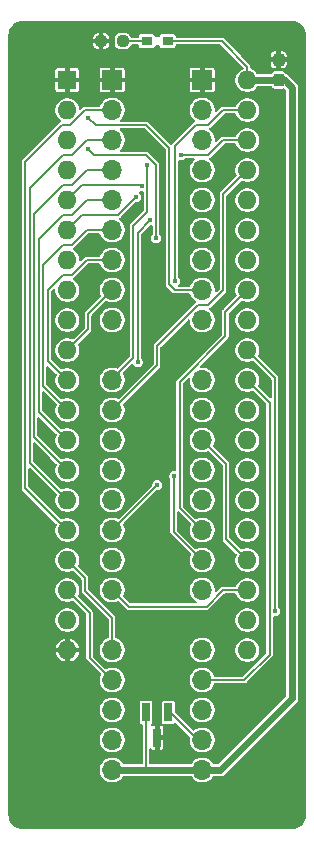
<source format=gbr>
G04 #@! TF.GenerationSoftware,KiCad,Pcbnew,9.0.6-9.0.6~ubuntu25.10.1*
G04 #@! TF.CreationDate,2025-12-24T22:54:59+09:00*
G04 #@! TF.ProjectId,bionic-p8086,62696f6e-6963-42d7-9038-3038362e6b69,1*
G04 #@! TF.SameCoordinates,Original*
G04 #@! TF.FileFunction,Copper,L1,Top*
G04 #@! TF.FilePolarity,Positive*
%FSLAX46Y46*%
G04 Gerber Fmt 4.6, Leading zero omitted, Abs format (unit mm)*
G04 Created by KiCad (PCBNEW 9.0.6-9.0.6~ubuntu25.10.1) date 2025-12-24 22:54:59*
%MOMM*%
%LPD*%
G01*
G04 APERTURE LIST*
G04 Aperture macros list*
%AMRoundRect*
0 Rectangle with rounded corners*
0 $1 Rounding radius*
0 $2 $3 $4 $5 $6 $7 $8 $9 X,Y pos of 4 corners*
0 Add a 4 corners polygon primitive as box body*
4,1,4,$2,$3,$4,$5,$6,$7,$8,$9,$2,$3,0*
0 Add four circle primitives for the rounded corners*
1,1,$1+$1,$2,$3*
1,1,$1+$1,$4,$5*
1,1,$1+$1,$6,$7*
1,1,$1+$1,$8,$9*
0 Add four rect primitives between the rounded corners*
20,1,$1+$1,$2,$3,$4,$5,0*
20,1,$1+$1,$4,$5,$6,$7,0*
20,1,$1+$1,$6,$7,$8,$9,0*
20,1,$1+$1,$8,$9,$2,$3,0*%
G04 Aperture macros list end*
G04 #@! TA.AperFunction,SMDPad,CuDef*
%ADD10R,0.965200X0.762000*%
G04 #@! TD*
G04 #@! TA.AperFunction,SMDPad,CuDef*
%ADD11RoundRect,0.237500X0.237500X-0.300000X0.237500X0.300000X-0.237500X0.300000X-0.237500X-0.300000X0*%
G04 #@! TD*
G04 #@! TA.AperFunction,SMDPad,CuDef*
%ADD12R,0.660400X1.625600*%
G04 #@! TD*
G04 #@! TA.AperFunction,SMDPad,CuDef*
%ADD13RoundRect,0.237500X0.250000X0.237500X-0.250000X0.237500X-0.250000X-0.237500X0.250000X-0.237500X0*%
G04 #@! TD*
G04 #@! TA.AperFunction,ComponentPad*
%ADD14R,1.600000X1.600000*%
G04 #@! TD*
G04 #@! TA.AperFunction,ComponentPad*
%ADD15O,1.600000X1.600000*%
G04 #@! TD*
G04 #@! TA.AperFunction,ComponentPad*
%ADD16O,1.700000X1.700000*%
G04 #@! TD*
G04 #@! TA.AperFunction,ComponentPad*
%ADD17R,1.700000X1.700000*%
G04 #@! TD*
G04 #@! TA.AperFunction,ViaPad*
%ADD18C,0.600000*%
G04 #@! TD*
G04 #@! TA.AperFunction,ViaPad*
%ADD19C,0.450000*%
G04 #@! TD*
G04 #@! TA.AperFunction,Conductor*
%ADD20C,0.150000*%
G04 #@! TD*
G04 #@! TA.AperFunction,Conductor*
%ADD21C,0.600000*%
G04 #@! TD*
G04 APERTURE END LIST*
D10*
X112823700Y-71778000D03*
X114576300Y-71778000D03*
D11*
X123987000Y-75080000D03*
X123987000Y-73355000D03*
D12*
X114650001Y-128624000D03*
X112749999Y-128624000D03*
X113700000Y-130756000D03*
D13*
X110779000Y-71778000D03*
X108954000Y-71778000D03*
D14*
X106080000Y-75080000D03*
D15*
X106080000Y-77620000D03*
X106080000Y-80160000D03*
X106080000Y-82700000D03*
X106080000Y-85240000D03*
X106080000Y-87780000D03*
X106080000Y-90320000D03*
X106080000Y-92860000D03*
X106080000Y-95400000D03*
X106080000Y-97940000D03*
X106080000Y-100480000D03*
X106080000Y-103020000D03*
X106080000Y-105560000D03*
X106080000Y-108100000D03*
X106080000Y-110640000D03*
X106080000Y-113180000D03*
X106080000Y-115720000D03*
X106080000Y-118260000D03*
X106080000Y-120800000D03*
X106080000Y-123340000D03*
X121320000Y-123340000D03*
X121320000Y-120800000D03*
X121320000Y-118260000D03*
X121320000Y-115720000D03*
X121320000Y-113180000D03*
X121320000Y-110640000D03*
X121320000Y-108100000D03*
X121320000Y-105560000D03*
X121320000Y-103020000D03*
X121320000Y-100480000D03*
X121320000Y-97940000D03*
X121320000Y-95400000D03*
X121320000Y-92860000D03*
X121320000Y-90320000D03*
X121320000Y-87780000D03*
X121320000Y-85240000D03*
X121320000Y-82700000D03*
X121320000Y-80160000D03*
X121320000Y-77620000D03*
X121320000Y-75080000D03*
D16*
X117510000Y-133500000D03*
X117510000Y-130960000D03*
X117510000Y-128420000D03*
X117510000Y-125880000D03*
X117510000Y-123340000D03*
X117510000Y-118260000D03*
X117510000Y-115720000D03*
X117510000Y-113180000D03*
X117510000Y-110640000D03*
X117510000Y-108100000D03*
X117510000Y-105560000D03*
X117510000Y-103020000D03*
X117510000Y-100480000D03*
X117510000Y-95400000D03*
X117510000Y-92860000D03*
X117510000Y-90320000D03*
X117510000Y-87780000D03*
X117510000Y-85240000D03*
X117510000Y-82700000D03*
X117510000Y-80160000D03*
X117510000Y-77620000D03*
D17*
X117510000Y-75080000D03*
X109890000Y-75080000D03*
D16*
X109890000Y-77620000D03*
X109890000Y-80160000D03*
X109890000Y-82700000D03*
X109890000Y-85240000D03*
X109890000Y-87780000D03*
X109890000Y-90320000D03*
X109890000Y-92860000D03*
X109890000Y-95400000D03*
X109890000Y-100480000D03*
X109890000Y-103020000D03*
X109890000Y-105560000D03*
X109890000Y-108100000D03*
X109890000Y-110640000D03*
X109890000Y-113180000D03*
X109890000Y-115720000D03*
X109890000Y-118260000D03*
X109890000Y-123340000D03*
X109890000Y-125880000D03*
X109890000Y-128420000D03*
X109890000Y-130960000D03*
X109890000Y-133500000D03*
D18*
X114893800Y-131366400D03*
X121116800Y-128242200D03*
X123453600Y-133373000D03*
X114208000Y-78763000D03*
X112201400Y-79550400D03*
X124749000Y-75334000D03*
D19*
X115155000Y-108608000D03*
X113700000Y-109370000D03*
X113598400Y-88491200D03*
X107858000Y-80922000D03*
X112372699Y-84062150D03*
X111922699Y-84985301D03*
X112049000Y-98956000D03*
X113122303Y-86948303D03*
X115732000Y-81430000D03*
X112839070Y-82250000D03*
X115224000Y-92098000D03*
X123675000Y-120067000D03*
X107858000Y-78255000D03*
D20*
X107858000Y-78255000D02*
X108493000Y-78890000D01*
X108493000Y-78890000D02*
X112785600Y-78890000D01*
X112785600Y-78890000D02*
X114716000Y-80820400D01*
X114716000Y-80820400D02*
X114716000Y-92352000D01*
X115224000Y-92860000D02*
X117510000Y-92860000D01*
X114716000Y-92352000D02*
X115224000Y-92860000D01*
X113598400Y-88491200D02*
X113598400Y-82293600D01*
X112734800Y-81430000D02*
X108366000Y-81430000D01*
X113598400Y-82293600D02*
X112734800Y-81430000D01*
X108366000Y-81430000D02*
X107858000Y-80922000D01*
X112839070Y-82250000D02*
X112839070Y-86227930D01*
X112839070Y-86227930D02*
X111668000Y-87399000D01*
X111668000Y-87399000D02*
X111668000Y-98575000D01*
X111668000Y-98575000D02*
X109890000Y-100353000D01*
X109890000Y-100353000D02*
X109890000Y-100480000D01*
X112372699Y-84062150D02*
X112337849Y-84062150D01*
X112337849Y-84062150D02*
X112245699Y-83970000D01*
X112245699Y-83970000D02*
X107350000Y-83970000D01*
X107350000Y-83970000D02*
X106080000Y-85240000D01*
X113122303Y-86948303D02*
X112049000Y-88021605D01*
X112049000Y-88021605D02*
X112049000Y-98956000D01*
X115224000Y-80668000D02*
X117002000Y-78890000D01*
X117002000Y-78890000D02*
X118018000Y-78890000D01*
X115224000Y-92098000D02*
X115224000Y-80668000D01*
X118018000Y-78890000D02*
X119288000Y-77620000D01*
X119288000Y-77620000D02*
X121320000Y-77620000D01*
D21*
X112750000Y-133498000D02*
X112748000Y-133500000D01*
X119059000Y-133500000D02*
X125130000Y-127429000D01*
X124749000Y-75334000D02*
X124495000Y-75080000D01*
X125130000Y-127429000D02*
X125130000Y-75715000D01*
D20*
X121320000Y-73937000D02*
X121320000Y-75080000D01*
D21*
X124495000Y-75080000D02*
X123987000Y-75080000D01*
D20*
X112750000Y-128624000D02*
X112750000Y-133498000D01*
D21*
X117510000Y-133500000D02*
X119059000Y-133500000D01*
D20*
X114576000Y-71778000D02*
X119161000Y-71778000D01*
D21*
X112748000Y-133500000D02*
X117510000Y-133500000D01*
D20*
X119161000Y-71778000D02*
X121320000Y-73937000D01*
D21*
X109890000Y-133500000D02*
X112748000Y-133500000D01*
X123987000Y-75080000D02*
X121320000Y-75080000D01*
X125130000Y-75715000D02*
X124749000Y-75334000D01*
D20*
X112824000Y-71778000D02*
X110779000Y-71778000D01*
X117129000Y-130960000D02*
X117510000Y-130960000D01*
X114793000Y-128624000D02*
X117129000Y-130960000D01*
X114650000Y-128624000D02*
X114793000Y-128624000D01*
X115155000Y-108608000D02*
X115097000Y-108666000D01*
X115097000Y-113307000D02*
X117510000Y-115720000D01*
X115097000Y-108666000D02*
X115097000Y-113307000D01*
X113700000Y-109370000D02*
X109890000Y-113180000D01*
X103286000Y-105306000D02*
X106080000Y-108100000D01*
X109890000Y-82700000D02*
X107731000Y-82700000D01*
X105699000Y-83970000D02*
X103286000Y-86383000D01*
X107731000Y-82700000D02*
X106461000Y-83970000D01*
X103286000Y-86383000D02*
X103286000Y-105306000D01*
X106461000Y-83970000D02*
X105699000Y-83970000D01*
X110398000Y-86510000D02*
X107350000Y-86510000D01*
X107350000Y-86510000D02*
X106080000Y-87780000D01*
X111922699Y-84985301D02*
X110398000Y-86510000D01*
X104429000Y-98829000D02*
X106080000Y-100480000D01*
X106461000Y-91590000D02*
X105699000Y-91590000D01*
X105699000Y-91590000D02*
X104429000Y-92860000D01*
X109890000Y-90320000D02*
X107731000Y-90320000D01*
X107731000Y-90320000D02*
X106461000Y-91590000D01*
X104429000Y-92860000D02*
X104429000Y-98829000D01*
X107731000Y-85240000D02*
X109890000Y-85240000D01*
X106461000Y-86510000D02*
X107731000Y-85240000D01*
X103667000Y-103147000D02*
X103667000Y-88542000D01*
X103667000Y-88542000D02*
X105699000Y-86510000D01*
X106080000Y-105560000D02*
X103667000Y-103147000D01*
X105699000Y-86510000D02*
X106461000Y-86510000D01*
X117891000Y-119657000D02*
X119288000Y-118260000D01*
X109890000Y-118260000D02*
X111287000Y-119657000D01*
X111287000Y-119657000D02*
X117891000Y-119657000D01*
X119288000Y-118260000D02*
X121320000Y-118260000D01*
X105648200Y-78890000D02*
X102524000Y-82014200D01*
X102524000Y-109624000D02*
X106080000Y-113180000D01*
X106334000Y-78890000D02*
X105648200Y-78890000D01*
X107604000Y-77620000D02*
X106334000Y-78890000D01*
X102524000Y-82014200D02*
X102524000Y-109624000D01*
X109890000Y-77620000D02*
X107604000Y-77620000D01*
X123225000Y-123721000D02*
X121066000Y-125880000D01*
X123225000Y-102385000D02*
X123225000Y-123721000D01*
X121320000Y-100480000D02*
X123225000Y-102385000D01*
X121066000Y-125880000D02*
X117510000Y-125880000D01*
X117510000Y-105560000D02*
X119542000Y-107592000D01*
X119542000Y-113942000D02*
X121320000Y-115720000D01*
X119542000Y-107592000D02*
X119542000Y-113942000D01*
X109890000Y-123340000D02*
X109890000Y-120620100D01*
X107594800Y-118324900D02*
X107594800Y-117234800D01*
X109890000Y-120620100D02*
X107594800Y-118324900D01*
X107594800Y-117234800D02*
X106080000Y-115720000D01*
X105699000Y-81430000D02*
X106461000Y-81430000D01*
X106461000Y-81430000D02*
X107731000Y-80160000D01*
X107731000Y-80160000D02*
X109890000Y-80160000D01*
X102905000Y-84224000D02*
X105699000Y-81430000D01*
X106080000Y-110640000D02*
X102905000Y-107465000D01*
X102905000Y-107465000D02*
X102905000Y-84224000D01*
X106461000Y-89050000D02*
X105699000Y-89050000D01*
X104048000Y-100988000D02*
X106080000Y-103020000D01*
X109890000Y-87780000D02*
X107731000Y-87780000D01*
X105699000Y-89050000D02*
X104048000Y-90701000D01*
X107731000Y-87780000D02*
X106461000Y-89050000D01*
X104048000Y-90701000D02*
X104048000Y-100988000D01*
X115732000Y-81430000D02*
X118018000Y-81430000D01*
X118018000Y-81430000D02*
X119288000Y-80160000D01*
X119288000Y-80160000D02*
X121320000Y-80160000D01*
X107985000Y-123975000D02*
X109890000Y-125880000D01*
X106080000Y-118260000D02*
X107985000Y-120165000D01*
X107985000Y-120165000D02*
X107985000Y-123975000D01*
X119478500Y-96733500D02*
X119478500Y-94701500D01*
X121320000Y-92860000D02*
X119478500Y-94701500D01*
X119478500Y-96733500D02*
X115605000Y-100607000D01*
X115605000Y-100607000D02*
X115605000Y-111275000D01*
X115605000Y-111275000D02*
X117510000Y-113180000D01*
X107858000Y-96162000D02*
X106080000Y-97940000D01*
X109890000Y-92860000D02*
X107858000Y-94892000D01*
X107858000Y-94892000D02*
X107858000Y-96162000D01*
X123675000Y-100295000D02*
X121320000Y-97940000D01*
X123675000Y-120067000D02*
X123675000Y-100295000D01*
X113700000Y-97559000D02*
X113700000Y-99210000D01*
X118018000Y-94130000D02*
X117129000Y-94130000D01*
X119288000Y-92860000D02*
X118018000Y-94130000D01*
X121320000Y-82700000D02*
X119288000Y-84732000D01*
X119288000Y-84732000D02*
X119288000Y-92860000D01*
X117129000Y-94130000D02*
X113700000Y-97559000D01*
X113700000Y-99210000D02*
X109890000Y-103020000D01*
G04 #@! TA.AperFunction,Conductor*
G36*
X125134309Y-70100877D02*
G01*
X125324457Y-70117512D01*
X125341437Y-70120505D01*
X125521635Y-70168789D01*
X125537839Y-70174687D01*
X125706902Y-70253523D01*
X125721842Y-70262149D01*
X125874641Y-70369140D01*
X125887861Y-70380232D01*
X126019767Y-70512138D01*
X126030859Y-70525358D01*
X126137850Y-70678157D01*
X126146478Y-70693101D01*
X126225308Y-70862151D01*
X126231211Y-70878368D01*
X126279492Y-71058555D01*
X126282488Y-71075550D01*
X126299123Y-71265690D01*
X126299500Y-71274318D01*
X126299500Y-137305681D01*
X126299123Y-137314309D01*
X126282488Y-137504449D01*
X126279492Y-137521444D01*
X126231211Y-137701631D01*
X126225308Y-137717848D01*
X126146478Y-137886898D01*
X126137850Y-137901842D01*
X126030859Y-138054641D01*
X126019767Y-138067861D01*
X125887861Y-138199767D01*
X125874641Y-138210859D01*
X125721842Y-138317850D01*
X125706898Y-138326478D01*
X125537848Y-138405308D01*
X125521631Y-138411211D01*
X125341444Y-138459492D01*
X125324449Y-138462488D01*
X125134309Y-138479123D01*
X125125681Y-138479500D01*
X102274319Y-138479500D01*
X102265691Y-138479123D01*
X102075550Y-138462488D01*
X102058555Y-138459492D01*
X101878368Y-138411211D01*
X101862154Y-138405309D01*
X101693100Y-138326477D01*
X101678157Y-138317850D01*
X101525358Y-138210859D01*
X101512138Y-138199767D01*
X101380232Y-138067861D01*
X101369140Y-138054641D01*
X101262149Y-137901842D01*
X101253523Y-137886902D01*
X101174687Y-137717839D01*
X101168788Y-137701631D01*
X101149843Y-137630926D01*
X101120505Y-137521437D01*
X101117512Y-137504457D01*
X101100877Y-137314309D01*
X101100500Y-137305681D01*
X101100500Y-133396532D01*
X108839500Y-133396532D01*
X108839500Y-133603467D01*
X108879869Y-133806418D01*
X108959058Y-133997597D01*
X108973631Y-134019407D01*
X109074023Y-134169655D01*
X109220345Y-134315977D01*
X109392402Y-134430941D01*
X109583580Y-134510130D01*
X109786535Y-134550500D01*
X109786536Y-134550500D01*
X109993464Y-134550500D01*
X109993465Y-134550500D01*
X110196420Y-134510130D01*
X110387598Y-134430941D01*
X110559655Y-134315977D01*
X110705977Y-134169655D01*
X110789603Y-134044498D01*
X110837653Y-134006619D01*
X110871919Y-134000500D01*
X112682108Y-134000500D01*
X116528081Y-134000500D01*
X116586272Y-134019407D01*
X116610396Y-134044498D01*
X116694023Y-134169655D01*
X116840345Y-134315977D01*
X117012402Y-134430941D01*
X117203580Y-134510130D01*
X117406535Y-134550500D01*
X117406536Y-134550500D01*
X117613464Y-134550500D01*
X117613465Y-134550500D01*
X117816420Y-134510130D01*
X118007598Y-134430941D01*
X118179655Y-134315977D01*
X118325977Y-134169655D01*
X118409603Y-134044498D01*
X118457653Y-134006619D01*
X118491919Y-134000500D01*
X119124890Y-134000500D01*
X119124892Y-134000500D01*
X119252186Y-133966392D01*
X119252188Y-133966390D01*
X119252190Y-133966390D01*
X119366309Y-133900503D01*
X119366309Y-133900502D01*
X119366314Y-133900500D01*
X125530500Y-127736314D01*
X125540208Y-127719500D01*
X125596392Y-127622186D01*
X125630500Y-127494892D01*
X125630500Y-75649108D01*
X125596392Y-75521814D01*
X125596390Y-75521811D01*
X125596390Y-75521809D01*
X125530503Y-75407690D01*
X125530499Y-75407685D01*
X125437315Y-75314500D01*
X125050671Y-74927857D01*
X125050666Y-74927853D01*
X124802314Y-74679500D01*
X124802309Y-74679496D01*
X124688189Y-74613609D01*
X124688188Y-74613608D01*
X124669143Y-74608505D01*
X124617830Y-74575180D01*
X124615114Y-74571667D01*
X124537714Y-74466793D01*
X124537713Y-74466792D01*
X124537711Y-74466789D01*
X124537706Y-74466785D01*
X124431476Y-74388384D01*
X124306852Y-74344776D01*
X124306851Y-74344775D01*
X124306849Y-74344775D01*
X124306847Y-74344774D01*
X124306844Y-74344774D01*
X124277266Y-74342000D01*
X124277256Y-74342000D01*
X123696744Y-74342000D01*
X123696733Y-74342000D01*
X123667155Y-74344774D01*
X123667147Y-74344776D01*
X123542523Y-74388384D01*
X123436293Y-74466785D01*
X123436289Y-74466789D01*
X123382781Y-74539289D01*
X123333016Y-74574881D01*
X123303128Y-74579500D01*
X122241784Y-74579500D01*
X122183593Y-74560593D01*
X122159469Y-74535502D01*
X122097139Y-74442218D01*
X121957782Y-74302861D01*
X121793914Y-74193368D01*
X121656614Y-74136496D01*
X121610088Y-74096759D01*
X121595500Y-74045032D01*
X121595500Y-73882200D01*
X121553557Y-73780942D01*
X121553557Y-73780941D01*
X121327617Y-73555001D01*
X123312000Y-73555001D01*
X123312000Y-73707701D01*
X123314771Y-73737258D01*
X123314772Y-73737259D01*
X123358330Y-73861740D01*
X123436641Y-73967848D01*
X123436651Y-73967858D01*
X123542759Y-74046169D01*
X123667240Y-74089727D01*
X123667241Y-74089728D01*
X123696799Y-74092500D01*
X123786999Y-74092500D01*
X123787000Y-74092499D01*
X123787000Y-73555001D01*
X124187000Y-73555001D01*
X124187000Y-74092499D01*
X124187001Y-74092500D01*
X124277201Y-74092500D01*
X124306758Y-74089728D01*
X124306759Y-74089727D01*
X124431240Y-74046169D01*
X124537348Y-73967858D01*
X124537358Y-73967848D01*
X124615669Y-73861740D01*
X124659227Y-73737259D01*
X124659228Y-73737258D01*
X124662000Y-73707701D01*
X124662000Y-73555001D01*
X124661999Y-73555000D01*
X124187001Y-73555000D01*
X124187000Y-73555001D01*
X123787000Y-73555001D01*
X123786999Y-73555000D01*
X123312001Y-73555000D01*
X123312000Y-73555001D01*
X121327617Y-73555001D01*
X120774914Y-73002298D01*
X123312000Y-73002298D01*
X123312000Y-73154999D01*
X123312001Y-73155000D01*
X123786999Y-73155000D01*
X123787000Y-73154999D01*
X123787000Y-72617501D01*
X124187000Y-72617501D01*
X124187000Y-73154999D01*
X124187001Y-73155000D01*
X124661999Y-73155000D01*
X124662000Y-73154999D01*
X124662000Y-73002298D01*
X124659228Y-72972741D01*
X124659227Y-72972740D01*
X124615669Y-72848259D01*
X124537358Y-72742151D01*
X124537348Y-72742141D01*
X124431240Y-72663830D01*
X124306759Y-72620272D01*
X124306758Y-72620271D01*
X124277201Y-72617500D01*
X124187001Y-72617500D01*
X124187000Y-72617501D01*
X123787000Y-72617501D01*
X123786999Y-72617500D01*
X123696799Y-72617500D01*
X123667241Y-72620271D01*
X123667240Y-72620272D01*
X123542759Y-72663830D01*
X123436651Y-72742141D01*
X123436641Y-72742151D01*
X123358330Y-72848259D01*
X123314772Y-72972740D01*
X123314771Y-72972741D01*
X123312000Y-73002298D01*
X120774914Y-73002298D01*
X119317058Y-71544443D01*
X119215800Y-71502500D01*
X119215799Y-71502500D01*
X115358400Y-71502500D01*
X115300209Y-71483593D01*
X115264245Y-71434093D01*
X115259400Y-71403500D01*
X115259400Y-71377253D01*
X115259398Y-71377241D01*
X115252530Y-71342716D01*
X115247767Y-71318769D01*
X115203452Y-71252448D01*
X115199802Y-71250009D01*
X115137133Y-71208134D01*
X115137131Y-71208133D01*
X115137128Y-71208132D01*
X115137127Y-71208132D01*
X115078658Y-71196501D01*
X115078648Y-71196500D01*
X114073952Y-71196500D01*
X114073951Y-71196500D01*
X114073941Y-71196501D01*
X114015472Y-71208132D01*
X114015466Y-71208134D01*
X113949151Y-71252445D01*
X113949145Y-71252451D01*
X113904834Y-71318766D01*
X113904832Y-71318772D01*
X113900069Y-71342716D01*
X113870172Y-71396100D01*
X113814606Y-71421714D01*
X113802972Y-71422400D01*
X113597028Y-71422400D01*
X113538837Y-71403493D01*
X113502873Y-71353993D01*
X113499931Y-71342716D01*
X113497461Y-71330304D01*
X113495167Y-71318769D01*
X113450852Y-71252448D01*
X113447202Y-71250009D01*
X113384533Y-71208134D01*
X113384531Y-71208133D01*
X113384528Y-71208132D01*
X113384527Y-71208132D01*
X113326058Y-71196501D01*
X113326048Y-71196500D01*
X112321352Y-71196500D01*
X112321351Y-71196500D01*
X112321341Y-71196501D01*
X112262872Y-71208132D01*
X112262866Y-71208134D01*
X112196551Y-71252445D01*
X112196545Y-71252451D01*
X112152234Y-71318766D01*
X112152232Y-71318772D01*
X112140601Y-71377241D01*
X112140600Y-71377253D01*
X112140600Y-71403500D01*
X112121693Y-71461691D01*
X112072193Y-71497655D01*
X112041600Y-71502500D01*
X111549988Y-71502500D01*
X111491797Y-71483593D01*
X111456544Y-71436198D01*
X111423832Y-71342716D01*
X111420616Y-71333525D01*
X111409723Y-71318766D01*
X111342214Y-71227293D01*
X111342213Y-71227292D01*
X111342211Y-71227289D01*
X111316257Y-71208134D01*
X111235976Y-71148884D01*
X111111352Y-71105276D01*
X111111351Y-71105275D01*
X111111349Y-71105275D01*
X111111347Y-71105274D01*
X111111344Y-71105274D01*
X111081766Y-71102500D01*
X111081756Y-71102500D01*
X110476244Y-71102500D01*
X110476233Y-71102500D01*
X110446655Y-71105274D01*
X110446647Y-71105276D01*
X110322023Y-71148884D01*
X110215793Y-71227285D01*
X110215785Y-71227293D01*
X110137384Y-71333523D01*
X110093776Y-71458147D01*
X110093774Y-71458155D01*
X110091000Y-71487733D01*
X110091000Y-72068266D01*
X110093774Y-72097844D01*
X110093776Y-72097852D01*
X110137384Y-72222476D01*
X110197218Y-72303548D01*
X110215789Y-72328711D01*
X110215792Y-72328713D01*
X110215793Y-72328714D01*
X110322023Y-72407115D01*
X110322024Y-72407115D01*
X110322025Y-72407116D01*
X110446651Y-72450725D01*
X110470912Y-72453000D01*
X110476233Y-72453499D01*
X110476238Y-72453500D01*
X110476244Y-72453500D01*
X111081762Y-72453500D01*
X111081765Y-72453499D01*
X111111349Y-72450725D01*
X111235975Y-72407116D01*
X111342211Y-72328711D01*
X111420616Y-72222475D01*
X111445102Y-72152500D01*
X111456544Y-72119802D01*
X111493610Y-72071121D01*
X111549988Y-72053500D01*
X112041600Y-72053500D01*
X112099791Y-72072407D01*
X112135755Y-72121907D01*
X112140600Y-72152500D01*
X112140600Y-72178746D01*
X112140601Y-72178758D01*
X112149298Y-72222476D01*
X112152233Y-72237231D01*
X112196548Y-72303552D01*
X112262869Y-72347867D01*
X112307331Y-72356711D01*
X112321341Y-72359498D01*
X112321346Y-72359498D01*
X112321352Y-72359500D01*
X112321353Y-72359500D01*
X113326047Y-72359500D01*
X113326048Y-72359500D01*
X113384531Y-72347867D01*
X113450852Y-72303552D01*
X113495167Y-72237231D01*
X113498149Y-72222240D01*
X113499931Y-72213284D01*
X113529828Y-72159900D01*
X113585394Y-72134286D01*
X113597028Y-72133600D01*
X113802972Y-72133600D01*
X113861163Y-72152507D01*
X113897127Y-72202007D01*
X113900069Y-72213284D01*
X113901898Y-72222476D01*
X113904833Y-72237231D01*
X113949148Y-72303552D01*
X114015469Y-72347867D01*
X114059931Y-72356711D01*
X114073941Y-72359498D01*
X114073946Y-72359498D01*
X114073952Y-72359500D01*
X114073953Y-72359500D01*
X115078647Y-72359500D01*
X115078648Y-72359500D01*
X115137131Y-72347867D01*
X115203452Y-72303552D01*
X115247767Y-72237231D01*
X115259400Y-72178748D01*
X115259400Y-72152500D01*
X115278307Y-72094309D01*
X115327807Y-72058345D01*
X115358400Y-72053500D01*
X119005877Y-72053500D01*
X119064068Y-72072407D01*
X119075881Y-72082496D01*
X120982206Y-73988821D01*
X121009983Y-74043338D01*
X121000412Y-74103770D01*
X120957147Y-74147035D01*
X120950088Y-74150289D01*
X120846085Y-74193368D01*
X120682218Y-74302861D01*
X120682214Y-74302864D01*
X120542864Y-74442214D01*
X120542861Y-74442218D01*
X120433367Y-74606086D01*
X120357949Y-74788163D01*
X120357949Y-74788165D01*
X120319500Y-74981456D01*
X120319500Y-75178543D01*
X120357949Y-75371834D01*
X120357949Y-75371836D01*
X120433367Y-75553913D01*
X120433368Y-75553914D01*
X120542861Y-75717782D01*
X120682218Y-75857139D01*
X120846086Y-75966632D01*
X121028165Y-76042051D01*
X121221459Y-76080500D01*
X121221460Y-76080500D01*
X121418540Y-76080500D01*
X121418541Y-76080500D01*
X121611835Y-76042051D01*
X121793914Y-75966632D01*
X121957782Y-75857139D01*
X122097139Y-75717782D01*
X122159469Y-75624497D01*
X122207519Y-75586619D01*
X122241784Y-75580500D01*
X123303128Y-75580500D01*
X123361319Y-75599407D01*
X123382779Y-75620707D01*
X123436289Y-75693211D01*
X123436292Y-75693213D01*
X123436293Y-75693214D01*
X123542523Y-75771615D01*
X123542524Y-75771615D01*
X123542525Y-75771616D01*
X123667151Y-75815225D01*
X123694441Y-75817784D01*
X123696733Y-75817999D01*
X123696738Y-75818000D01*
X123696744Y-75818000D01*
X124277262Y-75818000D01*
X124277265Y-75817999D01*
X124306849Y-75815225D01*
X124407818Y-75779893D01*
X124432056Y-75779349D01*
X124456003Y-75775557D01*
X124462121Y-75778674D01*
X124468988Y-75778520D01*
X124510520Y-75803334D01*
X124600504Y-75893318D01*
X124628281Y-75947835D01*
X124629500Y-75963322D01*
X124629500Y-127180678D01*
X124610593Y-127238869D01*
X124600504Y-127250682D01*
X118880682Y-132970504D01*
X118826165Y-132998281D01*
X118810678Y-132999500D01*
X118491919Y-132999500D01*
X118433728Y-132980593D01*
X118409603Y-132955501D01*
X118325979Y-132830348D01*
X118325977Y-132830345D01*
X118179655Y-132684023D01*
X118007598Y-132569059D01*
X118007599Y-132569059D01*
X118007597Y-132569058D01*
X117816418Y-132489869D01*
X117613467Y-132449500D01*
X117613465Y-132449500D01*
X117406535Y-132449500D01*
X117406532Y-132449500D01*
X117203581Y-132489869D01*
X117012402Y-132569058D01*
X116840348Y-132684020D01*
X116694020Y-132830348D01*
X116610397Y-132955501D01*
X116562347Y-132993381D01*
X116528081Y-132999500D01*
X113124500Y-132999500D01*
X113066309Y-132980593D01*
X113030345Y-132931093D01*
X113025500Y-132900500D01*
X113025500Y-131739868D01*
X113044407Y-131681677D01*
X113093907Y-131645713D01*
X113155093Y-131645713D01*
X113204593Y-131681677D01*
X113206816Y-131684867D01*
X113225607Y-131712990D01*
X113225610Y-131712993D01*
X113291763Y-131757196D01*
X113350099Y-131768799D01*
X113350103Y-131768800D01*
X113499999Y-131768800D01*
X113500000Y-131768799D01*
X113500000Y-130956001D01*
X113900000Y-130956001D01*
X113900000Y-131768799D01*
X113900001Y-131768800D01*
X114049897Y-131768800D01*
X114049900Y-131768799D01*
X114108236Y-131757196D01*
X114174389Y-131712993D01*
X114174393Y-131712989D01*
X114218596Y-131646836D01*
X114230199Y-131588500D01*
X114230200Y-131588497D01*
X114230200Y-130956001D01*
X114230199Y-130956000D01*
X113900001Y-130956000D01*
X113900000Y-130956001D01*
X113500000Y-130956001D01*
X113500000Y-129743201D01*
X113900000Y-129743201D01*
X113900000Y-130555999D01*
X113900001Y-130556000D01*
X114230199Y-130556000D01*
X114230200Y-130555999D01*
X114230200Y-129923502D01*
X114230199Y-129923499D01*
X114218596Y-129865163D01*
X114178162Y-129804651D01*
X114073606Y-129747915D01*
X114049902Y-129743200D01*
X113900001Y-129743200D01*
X113900000Y-129743201D01*
X113500000Y-129743201D01*
X113499999Y-129743200D01*
X113350096Y-129743200D01*
X113311678Y-129750842D01*
X113250916Y-129743650D01*
X113205987Y-129702116D01*
X113194051Y-129642106D01*
X113219668Y-129586542D01*
X113222365Y-129583737D01*
X113224744Y-129581356D01*
X113224751Y-129581352D01*
X113269066Y-129515031D01*
X113280699Y-129456548D01*
X113280699Y-127791453D01*
X114119301Y-127791453D01*
X114119301Y-129456546D01*
X114119302Y-129456558D01*
X114127926Y-129499910D01*
X114130934Y-129515031D01*
X114175249Y-129581352D01*
X114241570Y-129625667D01*
X114276131Y-129632541D01*
X114276132Y-129632542D01*
X114300045Y-129637299D01*
X114300051Y-129637299D01*
X114300053Y-129637300D01*
X114300054Y-129637300D01*
X114999948Y-129637300D01*
X114999949Y-129637300D01*
X115058432Y-129625667D01*
X115124753Y-129581352D01*
X115152256Y-129540191D01*
X115200303Y-129502312D01*
X115261442Y-129499910D01*
X115304574Y-129525189D01*
X116451351Y-130671966D01*
X116479128Y-130726483D01*
X116478445Y-130761282D01*
X116459500Y-130856528D01*
X116459500Y-131063467D01*
X116499869Y-131266418D01*
X116579058Y-131457597D01*
X116579059Y-131457598D01*
X116694023Y-131629655D01*
X116840345Y-131775977D01*
X117012402Y-131890941D01*
X117203580Y-131970130D01*
X117406535Y-132010500D01*
X117406536Y-132010500D01*
X117613464Y-132010500D01*
X117613465Y-132010500D01*
X117816420Y-131970130D01*
X118007598Y-131890941D01*
X118179655Y-131775977D01*
X118325977Y-131629655D01*
X118440941Y-131457598D01*
X118520130Y-131266420D01*
X118560500Y-131063465D01*
X118560500Y-130856535D01*
X118520130Y-130653580D01*
X118440941Y-130462402D01*
X118325977Y-130290345D01*
X118179655Y-130144023D01*
X118179651Y-130144020D01*
X118007597Y-130029058D01*
X117816418Y-129949869D01*
X117613467Y-129909500D01*
X117613465Y-129909500D01*
X117406535Y-129909500D01*
X117406532Y-129909500D01*
X117203581Y-129949869D01*
X117012402Y-130029058D01*
X116840342Y-130144024D01*
X116836588Y-130147106D01*
X116835590Y-130145891D01*
X116786935Y-130170656D01*
X116726507Y-130161058D01*
X116701487Y-130142872D01*
X115209697Y-128651082D01*
X115181920Y-128596565D01*
X115180701Y-128581078D01*
X115180701Y-128316532D01*
X116459500Y-128316532D01*
X116459500Y-128523467D01*
X116499869Y-128726418D01*
X116579058Y-128917597D01*
X116579059Y-128917598D01*
X116694023Y-129089655D01*
X116840345Y-129235977D01*
X117012402Y-129350941D01*
X117203580Y-129430130D01*
X117406535Y-129470500D01*
X117406536Y-129470500D01*
X117613464Y-129470500D01*
X117613465Y-129470500D01*
X117816420Y-129430130D01*
X118007598Y-129350941D01*
X118179655Y-129235977D01*
X118325977Y-129089655D01*
X118440941Y-128917598D01*
X118520130Y-128726420D01*
X118560500Y-128523465D01*
X118560500Y-128316535D01*
X118520130Y-128113580D01*
X118440941Y-127922402D01*
X118325977Y-127750345D01*
X118179655Y-127604023D01*
X118007598Y-127489059D01*
X118007599Y-127489059D01*
X118007597Y-127489058D01*
X117816418Y-127409869D01*
X117613467Y-127369500D01*
X117613465Y-127369500D01*
X117406535Y-127369500D01*
X117406532Y-127369500D01*
X117203581Y-127409869D01*
X117012402Y-127489058D01*
X116840348Y-127604020D01*
X116694020Y-127750348D01*
X116579058Y-127922402D01*
X116499869Y-128113581D01*
X116459500Y-128316532D01*
X115180701Y-128316532D01*
X115180701Y-127791453D01*
X115180699Y-127791435D01*
X115169733Y-127736313D01*
X115169068Y-127732969D01*
X115124753Y-127666648D01*
X115124749Y-127666645D01*
X115058434Y-127622334D01*
X115058432Y-127622333D01*
X115058429Y-127622332D01*
X115058428Y-127622332D01*
X114999959Y-127610701D01*
X114999949Y-127610700D01*
X114300053Y-127610700D01*
X114300052Y-127610700D01*
X114300042Y-127610701D01*
X114241573Y-127622332D01*
X114241567Y-127622334D01*
X114175252Y-127666645D01*
X114175246Y-127666651D01*
X114130935Y-127732966D01*
X114130933Y-127732972D01*
X114119303Y-127791435D01*
X114119301Y-127791453D01*
X113280699Y-127791453D01*
X113280699Y-127791452D01*
X113280698Y-127791450D01*
X113280697Y-127791435D01*
X113269731Y-127736313D01*
X113269066Y-127732969D01*
X113224751Y-127666648D01*
X113224747Y-127666645D01*
X113158432Y-127622334D01*
X113158430Y-127622333D01*
X113158427Y-127622332D01*
X113158426Y-127622332D01*
X113099957Y-127610701D01*
X113099947Y-127610700D01*
X112400051Y-127610700D01*
X112400050Y-127610700D01*
X112400040Y-127610701D01*
X112341571Y-127622332D01*
X112341565Y-127622334D01*
X112275250Y-127666645D01*
X112275244Y-127666651D01*
X112230933Y-127732966D01*
X112230931Y-127732972D01*
X112219301Y-127791435D01*
X112219299Y-127791453D01*
X112219299Y-129456546D01*
X112219300Y-129456558D01*
X112227924Y-129499910D01*
X112230932Y-129515031D01*
X112275247Y-129581352D01*
X112341568Y-129625667D01*
X112394816Y-129636258D01*
X112448198Y-129666155D01*
X112473814Y-129721721D01*
X112474500Y-129733356D01*
X112474500Y-132900500D01*
X112455593Y-132958691D01*
X112406093Y-132994655D01*
X112375500Y-132999500D01*
X110871919Y-132999500D01*
X110813728Y-132980593D01*
X110789603Y-132955501D01*
X110705979Y-132830348D01*
X110705977Y-132830345D01*
X110559655Y-132684023D01*
X110387598Y-132569059D01*
X110387599Y-132569059D01*
X110387597Y-132569058D01*
X110196418Y-132489869D01*
X109993467Y-132449500D01*
X109993465Y-132449500D01*
X109786535Y-132449500D01*
X109786532Y-132449500D01*
X109583581Y-132489869D01*
X109392402Y-132569058D01*
X109220348Y-132684020D01*
X109074020Y-132830348D01*
X108959058Y-133002402D01*
X108879869Y-133193581D01*
X108839500Y-133396532D01*
X101100500Y-133396532D01*
X101100500Y-130856532D01*
X108839500Y-130856532D01*
X108839500Y-131063467D01*
X108879869Y-131266418D01*
X108959058Y-131457597D01*
X108959059Y-131457598D01*
X109074023Y-131629655D01*
X109220345Y-131775977D01*
X109392402Y-131890941D01*
X109583580Y-131970130D01*
X109786535Y-132010500D01*
X109786536Y-132010500D01*
X109993464Y-132010500D01*
X109993465Y-132010500D01*
X110196420Y-131970130D01*
X110387598Y-131890941D01*
X110559655Y-131775977D01*
X110705977Y-131629655D01*
X110820941Y-131457598D01*
X110900130Y-131266420D01*
X110940500Y-131063465D01*
X110940500Y-130856535D01*
X110900130Y-130653580D01*
X110820941Y-130462402D01*
X110705977Y-130290345D01*
X110559655Y-130144023D01*
X110559651Y-130144020D01*
X110387597Y-130029058D01*
X110196418Y-129949869D01*
X109993467Y-129909500D01*
X109993465Y-129909500D01*
X109786535Y-129909500D01*
X109786532Y-129909500D01*
X109583581Y-129949869D01*
X109392402Y-130029058D01*
X109220348Y-130144020D01*
X109074020Y-130290348D01*
X108959058Y-130462402D01*
X108879869Y-130653581D01*
X108839500Y-130856532D01*
X101100500Y-130856532D01*
X101100500Y-128316532D01*
X108839500Y-128316532D01*
X108839500Y-128523467D01*
X108879869Y-128726418D01*
X108959058Y-128917597D01*
X108959059Y-128917598D01*
X109074023Y-129089655D01*
X109220345Y-129235977D01*
X109392402Y-129350941D01*
X109583580Y-129430130D01*
X109786535Y-129470500D01*
X109786536Y-129470500D01*
X109993464Y-129470500D01*
X109993465Y-129470500D01*
X110196420Y-129430130D01*
X110387598Y-129350941D01*
X110559655Y-129235977D01*
X110705977Y-129089655D01*
X110820941Y-128917598D01*
X110900130Y-128726420D01*
X110940500Y-128523465D01*
X110940500Y-128316535D01*
X110900130Y-128113580D01*
X110820941Y-127922402D01*
X110705977Y-127750345D01*
X110559655Y-127604023D01*
X110387598Y-127489059D01*
X110387599Y-127489059D01*
X110387597Y-127489058D01*
X110196418Y-127409869D01*
X109993467Y-127369500D01*
X109993465Y-127369500D01*
X109786535Y-127369500D01*
X109786532Y-127369500D01*
X109583581Y-127409869D01*
X109392402Y-127489058D01*
X109220348Y-127604020D01*
X109074020Y-127750348D01*
X108959058Y-127922402D01*
X108879869Y-128113581D01*
X108839500Y-128316532D01*
X101100500Y-128316532D01*
X101100500Y-123140000D01*
X105100190Y-123140000D01*
X105733589Y-123140000D01*
X105707259Y-123185606D01*
X105680000Y-123287339D01*
X105680000Y-123392661D01*
X105707259Y-123494394D01*
X105733590Y-123540000D01*
X105100191Y-123540000D01*
X105118429Y-123631688D01*
X105118429Y-123631690D01*
X105193808Y-123813673D01*
X105193814Y-123813685D01*
X105303249Y-123977462D01*
X105303252Y-123977466D01*
X105442533Y-124116747D01*
X105442537Y-124116750D01*
X105606314Y-124226185D01*
X105606326Y-124226191D01*
X105788304Y-124301568D01*
X105788315Y-124301571D01*
X105880000Y-124319807D01*
X105880000Y-123686410D01*
X105925606Y-123712741D01*
X106027339Y-123740000D01*
X106132661Y-123740000D01*
X106234394Y-123712741D01*
X106280000Y-123686410D01*
X106280000Y-124319806D01*
X106371684Y-124301571D01*
X106371695Y-124301568D01*
X106553673Y-124226191D01*
X106553685Y-124226185D01*
X106717462Y-124116750D01*
X106717466Y-124116747D01*
X106856747Y-123977466D01*
X106856750Y-123977462D01*
X106966185Y-123813685D01*
X106966191Y-123813673D01*
X107041570Y-123631690D01*
X107041570Y-123631688D01*
X107059809Y-123540000D01*
X106426410Y-123540000D01*
X106452741Y-123494394D01*
X106480000Y-123392661D01*
X106480000Y-123287339D01*
X106452741Y-123185606D01*
X106426411Y-123140000D01*
X107059809Y-123140000D01*
X107041570Y-123048311D01*
X107041570Y-123048309D01*
X106966191Y-122866326D01*
X106966185Y-122866314D01*
X106856750Y-122702537D01*
X106856747Y-122702533D01*
X106717466Y-122563252D01*
X106717462Y-122563249D01*
X106553685Y-122453814D01*
X106553673Y-122453808D01*
X106371689Y-122378429D01*
X106280000Y-122360190D01*
X106280000Y-122993589D01*
X106234394Y-122967259D01*
X106132661Y-122940000D01*
X106027339Y-122940000D01*
X105925606Y-122967259D01*
X105880000Y-122993589D01*
X105880000Y-122360190D01*
X105788311Y-122378429D01*
X105788309Y-122378429D01*
X105606326Y-122453808D01*
X105606314Y-122453814D01*
X105442537Y-122563249D01*
X105442533Y-122563252D01*
X105303252Y-122702533D01*
X105303249Y-122702537D01*
X105193814Y-122866314D01*
X105193808Y-122866326D01*
X105118429Y-123048309D01*
X105118429Y-123048311D01*
X105100190Y-123140000D01*
X101100500Y-123140000D01*
X101100500Y-120701456D01*
X105079500Y-120701456D01*
X105079500Y-120898543D01*
X105117949Y-121091834D01*
X105117949Y-121091836D01*
X105193367Y-121273913D01*
X105193368Y-121273914D01*
X105302861Y-121437782D01*
X105442218Y-121577139D01*
X105606086Y-121686632D01*
X105788165Y-121762051D01*
X105981459Y-121800500D01*
X105981460Y-121800500D01*
X106178540Y-121800500D01*
X106178541Y-121800500D01*
X106371835Y-121762051D01*
X106553914Y-121686632D01*
X106717782Y-121577139D01*
X106857139Y-121437782D01*
X106966632Y-121273914D01*
X107042051Y-121091835D01*
X107080500Y-120898541D01*
X107080500Y-120701459D01*
X107042051Y-120508165D01*
X106966632Y-120326086D01*
X106857139Y-120162218D01*
X106717782Y-120022861D01*
X106553914Y-119913368D01*
X106553915Y-119913368D01*
X106553913Y-119913367D01*
X106371835Y-119837949D01*
X106178543Y-119799500D01*
X106178541Y-119799500D01*
X105981459Y-119799500D01*
X105981456Y-119799500D01*
X105788165Y-119837949D01*
X105788163Y-119837949D01*
X105606086Y-119913367D01*
X105442218Y-120022861D01*
X105442214Y-120022864D01*
X105302864Y-120162214D01*
X105302861Y-120162218D01*
X105193367Y-120326086D01*
X105117949Y-120508163D01*
X105117949Y-120508165D01*
X105079500Y-120701456D01*
X101100500Y-120701456D01*
X101100500Y-118161456D01*
X105079500Y-118161456D01*
X105079500Y-118358543D01*
X105117949Y-118551834D01*
X105117949Y-118551836D01*
X105193367Y-118733913D01*
X105209192Y-118757597D01*
X105302861Y-118897782D01*
X105442218Y-119037139D01*
X105606086Y-119146632D01*
X105788165Y-119222051D01*
X105981459Y-119260500D01*
X105981460Y-119260500D01*
X106178540Y-119260500D01*
X106178541Y-119260500D01*
X106371835Y-119222051D01*
X106509137Y-119165178D01*
X106570131Y-119160378D01*
X106617024Y-119186639D01*
X107680504Y-120250119D01*
X107708281Y-120304636D01*
X107709500Y-120320123D01*
X107709500Y-124029800D01*
X107751443Y-124131058D01*
X108449885Y-124829500D01*
X108925092Y-125304707D01*
X108952869Y-125359224D01*
X108946552Y-125412597D01*
X108879869Y-125573581D01*
X108839500Y-125776532D01*
X108839500Y-125983467D01*
X108879869Y-126186418D01*
X108959058Y-126377597D01*
X108959059Y-126377598D01*
X109074023Y-126549655D01*
X109220345Y-126695977D01*
X109392402Y-126810941D01*
X109583580Y-126890130D01*
X109786535Y-126930500D01*
X109786536Y-126930500D01*
X109993464Y-126930500D01*
X109993465Y-126930500D01*
X110196420Y-126890130D01*
X110387598Y-126810941D01*
X110559655Y-126695977D01*
X110705977Y-126549655D01*
X110820941Y-126377598D01*
X110900130Y-126186420D01*
X110940500Y-125983465D01*
X110940500Y-125776535D01*
X110940499Y-125776532D01*
X116459500Y-125776532D01*
X116459500Y-125983467D01*
X116499869Y-126186418D01*
X116579058Y-126377597D01*
X116579059Y-126377598D01*
X116694023Y-126549655D01*
X116840345Y-126695977D01*
X117012402Y-126810941D01*
X117203580Y-126890130D01*
X117406535Y-126930500D01*
X117406536Y-126930500D01*
X117613464Y-126930500D01*
X117613465Y-126930500D01*
X117816420Y-126890130D01*
X118007598Y-126810941D01*
X118179655Y-126695977D01*
X118325977Y-126549655D01*
X118440941Y-126377598D01*
X118507623Y-126216613D01*
X118547360Y-126170089D01*
X118599087Y-126155500D01*
X121120799Y-126155500D01*
X121120800Y-126155500D01*
X121222058Y-126113557D01*
X121299557Y-126036058D01*
X121299556Y-126036058D01*
X123458557Y-123877059D01*
X123474903Y-123837597D01*
X123481976Y-123820521D01*
X123481976Y-123820520D01*
X123500500Y-123775799D01*
X123500500Y-120589771D01*
X123519407Y-120531580D01*
X123568907Y-120495616D01*
X123612157Y-120494637D01*
X123612550Y-120491653D01*
X123618981Y-120492499D01*
X123618982Y-120492500D01*
X123618983Y-120492500D01*
X123731016Y-120492500D01*
X123731018Y-120492500D01*
X123839237Y-120463503D01*
X123839239Y-120463501D01*
X123839241Y-120463501D01*
X123868064Y-120446859D01*
X123936263Y-120407485D01*
X124015485Y-120328263D01*
X124054859Y-120260064D01*
X124071501Y-120231241D01*
X124071501Y-120231239D01*
X124071503Y-120231237D01*
X124100500Y-120123018D01*
X124100500Y-120010982D01*
X124071503Y-119902763D01*
X124071501Y-119902760D01*
X124071501Y-119902758D01*
X124015485Y-119805737D01*
X123979496Y-119769747D01*
X123951719Y-119715230D01*
X123950500Y-119699744D01*
X123950500Y-100240200D01*
X123908557Y-100138942D01*
X123908553Y-100138938D01*
X123831058Y-100061442D01*
X123831058Y-100061443D01*
X122246639Y-98477024D01*
X122218862Y-98422507D01*
X122225178Y-98369138D01*
X122282051Y-98231835D01*
X122320500Y-98038541D01*
X122320500Y-97841459D01*
X122282051Y-97648165D01*
X122206632Y-97466086D01*
X122097139Y-97302218D01*
X121957782Y-97162861D01*
X121793914Y-97053368D01*
X121793915Y-97053368D01*
X121793913Y-97053367D01*
X121611835Y-96977949D01*
X121418543Y-96939500D01*
X121418541Y-96939500D01*
X121221459Y-96939500D01*
X121221456Y-96939500D01*
X121028165Y-96977949D01*
X121028163Y-96977949D01*
X120846086Y-97053367D01*
X120682218Y-97162861D01*
X120682214Y-97162864D01*
X120542864Y-97302214D01*
X120542861Y-97302218D01*
X120433367Y-97466086D01*
X120357949Y-97648163D01*
X120357949Y-97648165D01*
X120319500Y-97841456D01*
X120319500Y-98038543D01*
X120357949Y-98231834D01*
X120357949Y-98231836D01*
X120433367Y-98413913D01*
X120464752Y-98460884D01*
X120542861Y-98577782D01*
X120682218Y-98717139D01*
X120846086Y-98826632D01*
X121028165Y-98902051D01*
X121221459Y-98940500D01*
X121221460Y-98940500D01*
X121418540Y-98940500D01*
X121418541Y-98940500D01*
X121611835Y-98902051D01*
X121749137Y-98845178D01*
X121810131Y-98840378D01*
X121857024Y-98866639D01*
X123370504Y-100380119D01*
X123398281Y-100434636D01*
X123399500Y-100450123D01*
X123399500Y-101930877D01*
X123380593Y-101989068D01*
X123331093Y-102025032D01*
X123269907Y-102025032D01*
X123230496Y-102000881D01*
X122246639Y-101017024D01*
X122218862Y-100962507D01*
X122225178Y-100909138D01*
X122282051Y-100771835D01*
X122320500Y-100578541D01*
X122320500Y-100381459D01*
X122282051Y-100188165D01*
X122206632Y-100006086D01*
X122097139Y-99842218D01*
X121957782Y-99702861D01*
X121793914Y-99593368D01*
X121793915Y-99593368D01*
X121793913Y-99593367D01*
X121611835Y-99517949D01*
X121418543Y-99479500D01*
X121418541Y-99479500D01*
X121221459Y-99479500D01*
X121221456Y-99479500D01*
X121028165Y-99517949D01*
X121028163Y-99517949D01*
X120846086Y-99593367D01*
X120682218Y-99702861D01*
X120682214Y-99702864D01*
X120542864Y-99842214D01*
X120542861Y-99842218D01*
X120433367Y-100006086D01*
X120357949Y-100188163D01*
X120357949Y-100188165D01*
X120319500Y-100381456D01*
X120319500Y-100578543D01*
X120357949Y-100771834D01*
X120357949Y-100771836D01*
X120433367Y-100953913D01*
X120449192Y-100977597D01*
X120542861Y-101117782D01*
X120682218Y-101257139D01*
X120846086Y-101366632D01*
X121028165Y-101442051D01*
X121221459Y-101480500D01*
X121221460Y-101480500D01*
X121418540Y-101480500D01*
X121418541Y-101480500D01*
X121611835Y-101442051D01*
X121749137Y-101385178D01*
X121810131Y-101380378D01*
X121857024Y-101406639D01*
X122920504Y-102470119D01*
X122948281Y-102524636D01*
X122949500Y-102540123D01*
X122949500Y-123565876D01*
X122930593Y-123624067D01*
X122920504Y-123635880D01*
X120980881Y-125575504D01*
X120926364Y-125603281D01*
X120910877Y-125604500D01*
X118599087Y-125604500D01*
X118540896Y-125585593D01*
X118507623Y-125543386D01*
X118440941Y-125382402D01*
X118325979Y-125210348D01*
X118325977Y-125210345D01*
X118179655Y-125064023D01*
X118007598Y-124949059D01*
X118007599Y-124949059D01*
X118007597Y-124949058D01*
X117816418Y-124869869D01*
X117613467Y-124829500D01*
X117613465Y-124829500D01*
X117406535Y-124829500D01*
X117406532Y-124829500D01*
X117203581Y-124869869D01*
X117012402Y-124949058D01*
X116840348Y-125064020D01*
X116694020Y-125210348D01*
X116579058Y-125382402D01*
X116499869Y-125573581D01*
X116459500Y-125776532D01*
X110940499Y-125776532D01*
X110900130Y-125573580D01*
X110820941Y-125382402D01*
X110705977Y-125210345D01*
X110559655Y-125064023D01*
X110387598Y-124949059D01*
X110387599Y-124949059D01*
X110387597Y-124949058D01*
X110196418Y-124869869D01*
X109993467Y-124829500D01*
X109993465Y-124829500D01*
X109786535Y-124829500D01*
X109786532Y-124829500D01*
X109583581Y-124869869D01*
X109474405Y-124915092D01*
X109422596Y-124936552D01*
X109361600Y-124941353D01*
X109314707Y-124915092D01*
X108289496Y-123889881D01*
X108261719Y-123835364D01*
X108260500Y-123819877D01*
X108260500Y-120110200D01*
X108218557Y-120008942D01*
X108218553Y-120008938D01*
X108141058Y-119931442D01*
X108141058Y-119931443D01*
X107006639Y-118797024D01*
X106978862Y-118742507D01*
X106985178Y-118689138D01*
X107042051Y-118551835D01*
X107080500Y-118358541D01*
X107080500Y-118161459D01*
X107042051Y-117968165D01*
X106966632Y-117786086D01*
X106857139Y-117622218D01*
X106717782Y-117482861D01*
X106608288Y-117409699D01*
X106553913Y-117373367D01*
X106371835Y-117297949D01*
X106178543Y-117259500D01*
X106178541Y-117259500D01*
X105981459Y-117259500D01*
X105981456Y-117259500D01*
X105788165Y-117297949D01*
X105788163Y-117297949D01*
X105606086Y-117373367D01*
X105442218Y-117482861D01*
X105442214Y-117482864D01*
X105302864Y-117622214D01*
X105302861Y-117622218D01*
X105193367Y-117786086D01*
X105117949Y-117968163D01*
X105117949Y-117968165D01*
X105079500Y-118161456D01*
X101100500Y-118161456D01*
X101100500Y-115621456D01*
X105079500Y-115621456D01*
X105079500Y-115818543D01*
X105117949Y-116011834D01*
X105117949Y-116011836D01*
X105193367Y-116193913D01*
X105193368Y-116193914D01*
X105302861Y-116357782D01*
X105442218Y-116497139D01*
X105606086Y-116606632D01*
X105788165Y-116682051D01*
X105981459Y-116720500D01*
X105981460Y-116720500D01*
X106178540Y-116720500D01*
X106178541Y-116720500D01*
X106371835Y-116682051D01*
X106509138Y-116625178D01*
X106570130Y-116620378D01*
X106617023Y-116646639D01*
X107290304Y-117319919D01*
X107318081Y-117374436D01*
X107319300Y-117389923D01*
X107319300Y-118379699D01*
X107334361Y-118416060D01*
X107361241Y-118480955D01*
X107361242Y-118480956D01*
X107361243Y-118480958D01*
X109585505Y-120705220D01*
X109613281Y-120759735D01*
X109614500Y-120775222D01*
X109614500Y-122250912D01*
X109595593Y-122309103D01*
X109553386Y-122342376D01*
X109392402Y-122409058D01*
X109220348Y-122524020D01*
X109074020Y-122670348D01*
X108959058Y-122842402D01*
X108879869Y-123033581D01*
X108839500Y-123236532D01*
X108839500Y-123443467D01*
X108879869Y-123646418D01*
X108959058Y-123837597D01*
X109052726Y-123977782D01*
X109074023Y-124009655D01*
X109220345Y-124155977D01*
X109392402Y-124270941D01*
X109583580Y-124350130D01*
X109786535Y-124390500D01*
X109786536Y-124390500D01*
X109993464Y-124390500D01*
X109993465Y-124390500D01*
X110196420Y-124350130D01*
X110387598Y-124270941D01*
X110559655Y-124155977D01*
X110705977Y-124009655D01*
X110820941Y-123837598D01*
X110900130Y-123646420D01*
X110940500Y-123443465D01*
X110940500Y-123236535D01*
X110940499Y-123236532D01*
X116459500Y-123236532D01*
X116459500Y-123443467D01*
X116499869Y-123646418D01*
X116579058Y-123837597D01*
X116672726Y-123977782D01*
X116694023Y-124009655D01*
X116840345Y-124155977D01*
X117012402Y-124270941D01*
X117203580Y-124350130D01*
X117406535Y-124390500D01*
X117406536Y-124390500D01*
X117613464Y-124390500D01*
X117613465Y-124390500D01*
X117816420Y-124350130D01*
X118007598Y-124270941D01*
X118179655Y-124155977D01*
X118325977Y-124009655D01*
X118440941Y-123837598D01*
X118520130Y-123646420D01*
X118560500Y-123443465D01*
X118560500Y-123241456D01*
X120319500Y-123241456D01*
X120319500Y-123438543D01*
X120357949Y-123631834D01*
X120357949Y-123631836D01*
X120433367Y-123813913D01*
X120447700Y-123835364D01*
X120542861Y-123977782D01*
X120682218Y-124117139D01*
X120846086Y-124226632D01*
X121028165Y-124302051D01*
X121221459Y-124340500D01*
X121221460Y-124340500D01*
X121418540Y-124340500D01*
X121418541Y-124340500D01*
X121611835Y-124302051D01*
X121793914Y-124226632D01*
X121957782Y-124117139D01*
X122097139Y-123977782D01*
X122206632Y-123813914D01*
X122282051Y-123631835D01*
X122320500Y-123438541D01*
X122320500Y-123241459D01*
X122282051Y-123048165D01*
X122206632Y-122866086D01*
X122097139Y-122702218D01*
X121957782Y-122562861D01*
X121848288Y-122489699D01*
X121793913Y-122453367D01*
X121611835Y-122377949D01*
X121418543Y-122339500D01*
X121418541Y-122339500D01*
X121221459Y-122339500D01*
X121221456Y-122339500D01*
X121028165Y-122377949D01*
X121028163Y-122377949D01*
X120846086Y-122453367D01*
X120682218Y-122562861D01*
X120682214Y-122562864D01*
X120542864Y-122702214D01*
X120542861Y-122702218D01*
X120433367Y-122866086D01*
X120357949Y-123048163D01*
X120357949Y-123048165D01*
X120319500Y-123241456D01*
X118560500Y-123241456D01*
X118560500Y-123236535D01*
X118520130Y-123033580D01*
X118440941Y-122842402D01*
X118325977Y-122670345D01*
X118179655Y-122524023D01*
X118179651Y-122524020D01*
X118007597Y-122409058D01*
X117816418Y-122329869D01*
X117613467Y-122289500D01*
X117613465Y-122289500D01*
X117406535Y-122289500D01*
X117406532Y-122289500D01*
X117203581Y-122329869D01*
X117012402Y-122409058D01*
X116840348Y-122524020D01*
X116694020Y-122670348D01*
X116579058Y-122842402D01*
X116499869Y-123033581D01*
X116459500Y-123236532D01*
X110940499Y-123236532D01*
X110900130Y-123033580D01*
X110820941Y-122842402D01*
X110705977Y-122670345D01*
X110559655Y-122524023D01*
X110559651Y-122524020D01*
X110387597Y-122409058D01*
X110226614Y-122342376D01*
X110180088Y-122302639D01*
X110165500Y-122250912D01*
X110165500Y-120701456D01*
X120319500Y-120701456D01*
X120319500Y-120898543D01*
X120357949Y-121091834D01*
X120357949Y-121091836D01*
X120433367Y-121273913D01*
X120433368Y-121273914D01*
X120542861Y-121437782D01*
X120682218Y-121577139D01*
X120846086Y-121686632D01*
X121028165Y-121762051D01*
X121221459Y-121800500D01*
X121221460Y-121800500D01*
X121418540Y-121800500D01*
X121418541Y-121800500D01*
X121611835Y-121762051D01*
X121793914Y-121686632D01*
X121957782Y-121577139D01*
X122097139Y-121437782D01*
X122206632Y-121273914D01*
X122282051Y-121091835D01*
X122320500Y-120898541D01*
X122320500Y-120701459D01*
X122282051Y-120508165D01*
X122206632Y-120326086D01*
X122097139Y-120162218D01*
X121957782Y-120022861D01*
X121793914Y-119913368D01*
X121793915Y-119913368D01*
X121793913Y-119913367D01*
X121611835Y-119837949D01*
X121418543Y-119799500D01*
X121418541Y-119799500D01*
X121221459Y-119799500D01*
X121221456Y-119799500D01*
X121028165Y-119837949D01*
X121028163Y-119837949D01*
X120846086Y-119913367D01*
X120682218Y-120022861D01*
X120682214Y-120022864D01*
X120542864Y-120162214D01*
X120542861Y-120162218D01*
X120433367Y-120326086D01*
X120357949Y-120508163D01*
X120357949Y-120508165D01*
X120319500Y-120701456D01*
X110165500Y-120701456D01*
X110165500Y-120565300D01*
X110123557Y-120464042D01*
X110117092Y-120457577D01*
X110046058Y-120386542D01*
X110046058Y-120386543D01*
X107899296Y-118239781D01*
X107895669Y-118232663D01*
X107889207Y-118227968D01*
X107882043Y-118205919D01*
X107871519Y-118185264D01*
X107870300Y-118169777D01*
X107870300Y-118156532D01*
X108839500Y-118156532D01*
X108839500Y-118363467D01*
X108879869Y-118566418D01*
X108959058Y-118757597D01*
X109052726Y-118897782D01*
X109074023Y-118929655D01*
X109220345Y-119075977D01*
X109392402Y-119190941D01*
X109583580Y-119270130D01*
X109786535Y-119310500D01*
X109786536Y-119310500D01*
X109993464Y-119310500D01*
X109993465Y-119310500D01*
X110196420Y-119270130D01*
X110357403Y-119203447D01*
X110418399Y-119198647D01*
X110465292Y-119224908D01*
X111130941Y-119890557D01*
X111130942Y-119890557D01*
X111130943Y-119890558D01*
X111160408Y-119902763D01*
X111181435Y-119911472D01*
X111232200Y-119932500D01*
X117945799Y-119932500D01*
X117945800Y-119932500D01*
X118047058Y-119890557D01*
X118124557Y-119813058D01*
X118124556Y-119813058D01*
X119373120Y-118564496D01*
X119427637Y-118536719D01*
X119443124Y-118535500D01*
X120285033Y-118535500D01*
X120343224Y-118554407D01*
X120376497Y-118596615D01*
X120433367Y-118733912D01*
X120433368Y-118733914D01*
X120542861Y-118897782D01*
X120682218Y-119037139D01*
X120846086Y-119146632D01*
X121028165Y-119222051D01*
X121221459Y-119260500D01*
X121221460Y-119260500D01*
X121418540Y-119260500D01*
X121418541Y-119260500D01*
X121611835Y-119222051D01*
X121793914Y-119146632D01*
X121957782Y-119037139D01*
X122097139Y-118897782D01*
X122206632Y-118733914D01*
X122282051Y-118551835D01*
X122320500Y-118358541D01*
X122320500Y-118161459D01*
X122282051Y-117968165D01*
X122206632Y-117786086D01*
X122097139Y-117622218D01*
X121957782Y-117482861D01*
X121848288Y-117409699D01*
X121793913Y-117373367D01*
X121611835Y-117297949D01*
X121418543Y-117259500D01*
X121418541Y-117259500D01*
X121221459Y-117259500D01*
X121221456Y-117259500D01*
X121028165Y-117297949D01*
X121028163Y-117297949D01*
X120846086Y-117373367D01*
X120682218Y-117482861D01*
X120682214Y-117482864D01*
X120542864Y-117622214D01*
X120542861Y-117622218D01*
X120433367Y-117786087D01*
X120376497Y-117923385D01*
X120336761Y-117969911D01*
X120285033Y-117984500D01*
X119233199Y-117984500D01*
X119161599Y-118014157D01*
X119161599Y-118014158D01*
X119131941Y-118026443D01*
X119131939Y-118026444D01*
X118729503Y-118428879D01*
X118674987Y-118456656D01*
X118614555Y-118447085D01*
X118571290Y-118403820D01*
X118560500Y-118358875D01*
X118560500Y-118156536D01*
X118560499Y-118156532D01*
X118532179Y-118014158D01*
X118520130Y-117953580D01*
X118440941Y-117762402D01*
X118325977Y-117590345D01*
X118179655Y-117444023D01*
X118179651Y-117444020D01*
X118007597Y-117329058D01*
X117816418Y-117249869D01*
X117613467Y-117209500D01*
X117613465Y-117209500D01*
X117406535Y-117209500D01*
X117406532Y-117209500D01*
X117203581Y-117249869D01*
X117012402Y-117329058D01*
X116840348Y-117444020D01*
X116694020Y-117590348D01*
X116579058Y-117762402D01*
X116499869Y-117953581D01*
X116459500Y-118156532D01*
X116459500Y-118363467D01*
X116499869Y-118566418D01*
X116579058Y-118757597D01*
X116672726Y-118897782D01*
X116694023Y-118929655D01*
X116840345Y-119075977D01*
X117012402Y-119190941D01*
X117012632Y-119191036D01*
X117012720Y-119191111D01*
X117016691Y-119193234D01*
X117016225Y-119194105D01*
X117059157Y-119230774D01*
X117073440Y-119290269D01*
X117050024Y-119346796D01*
X116997855Y-119378765D01*
X116974745Y-119381500D01*
X111442124Y-119381500D01*
X111383933Y-119362593D01*
X111372120Y-119352504D01*
X110854908Y-118835292D01*
X110827131Y-118780775D01*
X110833447Y-118727404D01*
X110900130Y-118566420D01*
X110940500Y-118363465D01*
X110940500Y-118156535D01*
X110900130Y-117953580D01*
X110820941Y-117762402D01*
X110705977Y-117590345D01*
X110559655Y-117444023D01*
X110559651Y-117444020D01*
X110387597Y-117329058D01*
X110196418Y-117249869D01*
X109993467Y-117209500D01*
X109993465Y-117209500D01*
X109786535Y-117209500D01*
X109786532Y-117209500D01*
X109583581Y-117249869D01*
X109392402Y-117329058D01*
X109220348Y-117444020D01*
X109074020Y-117590348D01*
X108959058Y-117762402D01*
X108879869Y-117953581D01*
X108839500Y-118156532D01*
X107870300Y-118156532D01*
X107870300Y-117179998D01*
X107828359Y-117078744D01*
X107828358Y-117078743D01*
X107828358Y-117078742D01*
X107006639Y-116257023D01*
X106978862Y-116202506D01*
X106985178Y-116149138D01*
X107042051Y-116011835D01*
X107080500Y-115818541D01*
X107080500Y-115621459D01*
X107080499Y-115621456D01*
X107079520Y-115616532D01*
X108839500Y-115616532D01*
X108839500Y-115823467D01*
X108879869Y-116026418D01*
X108959058Y-116217597D01*
X109052726Y-116357782D01*
X109074023Y-116389655D01*
X109220345Y-116535977D01*
X109392402Y-116650941D01*
X109583580Y-116730130D01*
X109786535Y-116770500D01*
X109786536Y-116770500D01*
X109993464Y-116770500D01*
X109993465Y-116770500D01*
X110196420Y-116730130D01*
X110387598Y-116650941D01*
X110559655Y-116535977D01*
X110705977Y-116389655D01*
X110820941Y-116217598D01*
X110900130Y-116026420D01*
X110940500Y-115823465D01*
X110940500Y-115616535D01*
X110900130Y-115413580D01*
X110820941Y-115222402D01*
X110705977Y-115050345D01*
X110559655Y-114904023D01*
X110453912Y-114833368D01*
X110387597Y-114789058D01*
X110196418Y-114709869D01*
X109993467Y-114669500D01*
X109993465Y-114669500D01*
X109786535Y-114669500D01*
X109786532Y-114669500D01*
X109583581Y-114709869D01*
X109392402Y-114789058D01*
X109220348Y-114904020D01*
X109074020Y-115050348D01*
X108959058Y-115222402D01*
X108879869Y-115413581D01*
X108839500Y-115616532D01*
X107079520Y-115616532D01*
X107074120Y-115589388D01*
X107042051Y-115428165D01*
X106966632Y-115246086D01*
X106857139Y-115082218D01*
X106717782Y-114942861D01*
X106553914Y-114833368D01*
X106553915Y-114833368D01*
X106553913Y-114833367D01*
X106371835Y-114757949D01*
X106178543Y-114719500D01*
X106178541Y-114719500D01*
X105981459Y-114719500D01*
X105981456Y-114719500D01*
X105788165Y-114757949D01*
X105788163Y-114757949D01*
X105606086Y-114833367D01*
X105442218Y-114942861D01*
X105442214Y-114942864D01*
X105302864Y-115082214D01*
X105302861Y-115082218D01*
X105193367Y-115246086D01*
X105117949Y-115428163D01*
X105117949Y-115428165D01*
X105079500Y-115621456D01*
X101100500Y-115621456D01*
X101100500Y-81959400D01*
X102248500Y-81959400D01*
X102248500Y-109678799D01*
X102284826Y-109766501D01*
X102290440Y-109780054D01*
X102290440Y-109780055D01*
X105153360Y-112642976D01*
X105181137Y-112697493D01*
X105174820Y-112750865D01*
X105117949Y-112888163D01*
X105117949Y-112888165D01*
X105079500Y-113081456D01*
X105079500Y-113278543D01*
X105117949Y-113471834D01*
X105117949Y-113471836D01*
X105193367Y-113653913D01*
X105193368Y-113653914D01*
X105302861Y-113817782D01*
X105442218Y-113957139D01*
X105606086Y-114066632D01*
X105788165Y-114142051D01*
X105981459Y-114180500D01*
X105981460Y-114180500D01*
X106178540Y-114180500D01*
X106178541Y-114180500D01*
X106371835Y-114142051D01*
X106553914Y-114066632D01*
X106717782Y-113957139D01*
X106857139Y-113817782D01*
X106966632Y-113653914D01*
X107042051Y-113471835D01*
X107080500Y-113278541D01*
X107080500Y-113081459D01*
X107080499Y-113081456D01*
X107079520Y-113076532D01*
X108839500Y-113076532D01*
X108839500Y-113283467D01*
X108879869Y-113486418D01*
X108959058Y-113677597D01*
X109052726Y-113817782D01*
X109074023Y-113849655D01*
X109220345Y-113995977D01*
X109392402Y-114110941D01*
X109583580Y-114190130D01*
X109786535Y-114230500D01*
X109786536Y-114230500D01*
X109993464Y-114230500D01*
X109993465Y-114230500D01*
X110196420Y-114190130D01*
X110387598Y-114110941D01*
X110559655Y-113995977D01*
X110705977Y-113849655D01*
X110820941Y-113677598D01*
X110900130Y-113486420D01*
X110940500Y-113283465D01*
X110940500Y-113076535D01*
X110900130Y-112873580D01*
X110833448Y-112712596D01*
X110828647Y-112651599D01*
X110854906Y-112604708D01*
X113635120Y-109824496D01*
X113689637Y-109796719D01*
X113705124Y-109795500D01*
X113756016Y-109795500D01*
X113756018Y-109795500D01*
X113864237Y-109766503D01*
X113864239Y-109766501D01*
X113864240Y-109766501D01*
X113961263Y-109710485D01*
X114040485Y-109631263D01*
X114079859Y-109563064D01*
X114096501Y-109534241D01*
X114096501Y-109534239D01*
X114096503Y-109534237D01*
X114125500Y-109426018D01*
X114125500Y-109313982D01*
X114096503Y-109205763D01*
X114096501Y-109205760D01*
X114096501Y-109205758D01*
X114040486Y-109108739D01*
X114040485Y-109108737D01*
X113961263Y-109029515D01*
X113961260Y-109029513D01*
X113864240Y-108973498D01*
X113864242Y-108973498D01*
X113822251Y-108962247D01*
X113756018Y-108944500D01*
X113643982Y-108944500D01*
X113577748Y-108962247D01*
X113535758Y-108973498D01*
X113438739Y-109029513D01*
X113359513Y-109108739D01*
X113303498Y-109205758D01*
X113274500Y-109313983D01*
X113274500Y-109364875D01*
X113255593Y-109423066D01*
X113245504Y-109434879D01*
X110465291Y-112215091D01*
X110410774Y-112242868D01*
X110357401Y-112236551D01*
X110196418Y-112169869D01*
X109993467Y-112129500D01*
X109993465Y-112129500D01*
X109786535Y-112129500D01*
X109786532Y-112129500D01*
X109583581Y-112169869D01*
X109392402Y-112249058D01*
X109220348Y-112364020D01*
X109074020Y-112510348D01*
X108959058Y-112682402D01*
X108879869Y-112873581D01*
X108839500Y-113076532D01*
X107079520Y-113076532D01*
X107074120Y-113049388D01*
X107042051Y-112888165D01*
X106966632Y-112706086D01*
X106857139Y-112542218D01*
X106717782Y-112402861D01*
X106553914Y-112293368D01*
X106553915Y-112293368D01*
X106553913Y-112293367D01*
X106371835Y-112217949D01*
X106178543Y-112179500D01*
X106178541Y-112179500D01*
X105981459Y-112179500D01*
X105981456Y-112179500D01*
X105788165Y-112217949D01*
X105788163Y-112217949D01*
X105650865Y-112274820D01*
X105589869Y-112279621D01*
X105542976Y-112253360D01*
X102828496Y-109538880D01*
X102800719Y-109484363D01*
X102799500Y-109468876D01*
X102799500Y-107988123D01*
X102818407Y-107929932D01*
X102867907Y-107893968D01*
X102929093Y-107893968D01*
X102968503Y-107918118D01*
X104079897Y-109029513D01*
X105153360Y-110102976D01*
X105181137Y-110157493D01*
X105174820Y-110210865D01*
X105117949Y-110348163D01*
X105117949Y-110348165D01*
X105079500Y-110541456D01*
X105079500Y-110738543D01*
X105117949Y-110931834D01*
X105117949Y-110931836D01*
X105193367Y-111113913D01*
X105193368Y-111113914D01*
X105302861Y-111277782D01*
X105442218Y-111417139D01*
X105606086Y-111526632D01*
X105788165Y-111602051D01*
X105981459Y-111640500D01*
X105981460Y-111640500D01*
X106178540Y-111640500D01*
X106178541Y-111640500D01*
X106371835Y-111602051D01*
X106553914Y-111526632D01*
X106717782Y-111417139D01*
X106857139Y-111277782D01*
X106966632Y-111113914D01*
X107042051Y-110931835D01*
X107080500Y-110738541D01*
X107080500Y-110541459D01*
X107080499Y-110541456D01*
X107079520Y-110536532D01*
X108839500Y-110536532D01*
X108839500Y-110743467D01*
X108879869Y-110946418D01*
X108959058Y-111137597D01*
X109052726Y-111277782D01*
X109074023Y-111309655D01*
X109220345Y-111455977D01*
X109392402Y-111570941D01*
X109583580Y-111650130D01*
X109786535Y-111690500D01*
X109786536Y-111690500D01*
X109993464Y-111690500D01*
X109993465Y-111690500D01*
X110196420Y-111650130D01*
X110387598Y-111570941D01*
X110559655Y-111455977D01*
X110705977Y-111309655D01*
X110820941Y-111137598D01*
X110900130Y-110946420D01*
X110940500Y-110743465D01*
X110940500Y-110536535D01*
X110900130Y-110333580D01*
X110820941Y-110142402D01*
X110705977Y-109970345D01*
X110559655Y-109824023D01*
X110559651Y-109824020D01*
X110387597Y-109709058D01*
X110196418Y-109629869D01*
X109993467Y-109589500D01*
X109993465Y-109589500D01*
X109786535Y-109589500D01*
X109786532Y-109589500D01*
X109583581Y-109629869D01*
X109392402Y-109709058D01*
X109220348Y-109824020D01*
X109074020Y-109970348D01*
X108959058Y-110142402D01*
X108879869Y-110333581D01*
X108839500Y-110536532D01*
X107079520Y-110536532D01*
X107074120Y-110509388D01*
X107042051Y-110348165D01*
X106966632Y-110166086D01*
X106857139Y-110002218D01*
X106717782Y-109862861D01*
X106608288Y-109789699D01*
X106553913Y-109753367D01*
X106371835Y-109677949D01*
X106178543Y-109639500D01*
X106178541Y-109639500D01*
X105981459Y-109639500D01*
X105981456Y-109639500D01*
X105788165Y-109677949D01*
X105788163Y-109677949D01*
X105650865Y-109734820D01*
X105589869Y-109739621D01*
X105542976Y-109713360D01*
X103209496Y-107379880D01*
X103181719Y-107325363D01*
X103180500Y-107309876D01*
X103180500Y-105829123D01*
X103199407Y-105770932D01*
X103248907Y-105734968D01*
X103310093Y-105734968D01*
X103349503Y-105759118D01*
X104639884Y-107049500D01*
X105153360Y-107562976D01*
X105181137Y-107617493D01*
X105174820Y-107670865D01*
X105117949Y-107808163D01*
X105117949Y-107808165D01*
X105079500Y-108001456D01*
X105079500Y-108198543D01*
X105117949Y-108391834D01*
X105117949Y-108391836D01*
X105193367Y-108573913D01*
X105193368Y-108573914D01*
X105302861Y-108737782D01*
X105442218Y-108877139D01*
X105606086Y-108986632D01*
X105788165Y-109062051D01*
X105981459Y-109100500D01*
X105981460Y-109100500D01*
X106178540Y-109100500D01*
X106178541Y-109100500D01*
X106371835Y-109062051D01*
X106553914Y-108986632D01*
X106717782Y-108877139D01*
X106857139Y-108737782D01*
X106966632Y-108573914D01*
X107042051Y-108391835D01*
X107080500Y-108198541D01*
X107080500Y-108001459D01*
X107080499Y-108001456D01*
X107079520Y-107996532D01*
X108839500Y-107996532D01*
X108839500Y-108203467D01*
X108879869Y-108406418D01*
X108959058Y-108597597D01*
X109052726Y-108737782D01*
X109074023Y-108769655D01*
X109220345Y-108915977D01*
X109392402Y-109030941D01*
X109583580Y-109110130D01*
X109786535Y-109150500D01*
X109786536Y-109150500D01*
X109993464Y-109150500D01*
X109993465Y-109150500D01*
X110196420Y-109110130D01*
X110387598Y-109030941D01*
X110559655Y-108915977D01*
X110705977Y-108769655D01*
X110820941Y-108597598D01*
X110839836Y-108551982D01*
X114729500Y-108551982D01*
X114729500Y-108664018D01*
X114758497Y-108772237D01*
X114808236Y-108858388D01*
X114821500Y-108907887D01*
X114821500Y-113361799D01*
X114842939Y-113413557D01*
X114842939Y-113413558D01*
X114863441Y-113463055D01*
X114863442Y-113463056D01*
X114863443Y-113463058D01*
X116155475Y-114755091D01*
X116545091Y-115144707D01*
X116572868Y-115199224D01*
X116566551Y-115252596D01*
X116499870Y-115413578D01*
X116499870Y-115413580D01*
X116459500Y-115616532D01*
X116459500Y-115823467D01*
X116499869Y-116026418D01*
X116579058Y-116217597D01*
X116672726Y-116357782D01*
X116694023Y-116389655D01*
X116840345Y-116535977D01*
X117012402Y-116650941D01*
X117203580Y-116730130D01*
X117406535Y-116770500D01*
X117406536Y-116770500D01*
X117613464Y-116770500D01*
X117613465Y-116770500D01*
X117816420Y-116730130D01*
X118007598Y-116650941D01*
X118179655Y-116535977D01*
X118325977Y-116389655D01*
X118440941Y-116217598D01*
X118520130Y-116026420D01*
X118560500Y-115823465D01*
X118560500Y-115616535D01*
X118520130Y-115413580D01*
X118440941Y-115222402D01*
X118325977Y-115050345D01*
X118179655Y-114904023D01*
X118073912Y-114833368D01*
X118007597Y-114789058D01*
X117816418Y-114709869D01*
X117613467Y-114669500D01*
X117613465Y-114669500D01*
X117406535Y-114669500D01*
X117406532Y-114669500D01*
X117203580Y-114709870D01*
X117203578Y-114709870D01*
X117042596Y-114776551D01*
X116981600Y-114781352D01*
X116934707Y-114755091D01*
X115401496Y-113221880D01*
X115373719Y-113167363D01*
X115372500Y-113151876D01*
X115372500Y-111671123D01*
X115391407Y-111612932D01*
X115440907Y-111576968D01*
X115502093Y-111576968D01*
X115541504Y-111601119D01*
X116545092Y-112604707D01*
X116572869Y-112659224D01*
X116566552Y-112712597D01*
X116499869Y-112873581D01*
X116459500Y-113076532D01*
X116459500Y-113283467D01*
X116499869Y-113486418D01*
X116579058Y-113677597D01*
X116672726Y-113817782D01*
X116694023Y-113849655D01*
X116840345Y-113995977D01*
X117012402Y-114110941D01*
X117203580Y-114190130D01*
X117406535Y-114230500D01*
X117406536Y-114230500D01*
X117613464Y-114230500D01*
X117613465Y-114230500D01*
X117816420Y-114190130D01*
X118007598Y-114110941D01*
X118179655Y-113995977D01*
X118325977Y-113849655D01*
X118440941Y-113677598D01*
X118520130Y-113486420D01*
X118560500Y-113283465D01*
X118560500Y-113076535D01*
X118520130Y-112873580D01*
X118440941Y-112682402D01*
X118325977Y-112510345D01*
X118179655Y-112364023D01*
X118073912Y-112293368D01*
X118007597Y-112249058D01*
X117816418Y-112169869D01*
X117613467Y-112129500D01*
X117613465Y-112129500D01*
X117406535Y-112129500D01*
X117406532Y-112129500D01*
X117203581Y-112169869D01*
X117094405Y-112215092D01*
X117042596Y-112236552D01*
X116981600Y-112241353D01*
X116934707Y-112215092D01*
X115909496Y-111189881D01*
X115881719Y-111135364D01*
X115880500Y-111119877D01*
X115880500Y-110536532D01*
X116459500Y-110536532D01*
X116459500Y-110743467D01*
X116499869Y-110946418D01*
X116579058Y-111137597D01*
X116672726Y-111277782D01*
X116694023Y-111309655D01*
X116840345Y-111455977D01*
X117012402Y-111570941D01*
X117203580Y-111650130D01*
X117406535Y-111690500D01*
X117406536Y-111690500D01*
X117613464Y-111690500D01*
X117613465Y-111690500D01*
X117816420Y-111650130D01*
X118007598Y-111570941D01*
X118179655Y-111455977D01*
X118325977Y-111309655D01*
X118440941Y-111137598D01*
X118520130Y-110946420D01*
X118560500Y-110743465D01*
X118560500Y-110536535D01*
X118520130Y-110333580D01*
X118440941Y-110142402D01*
X118325977Y-109970345D01*
X118179655Y-109824023D01*
X118179651Y-109824020D01*
X118007597Y-109709058D01*
X117816418Y-109629869D01*
X117613467Y-109589500D01*
X117613465Y-109589500D01*
X117406535Y-109589500D01*
X117406532Y-109589500D01*
X117203581Y-109629869D01*
X117012402Y-109709058D01*
X116840348Y-109824020D01*
X116694020Y-109970348D01*
X116579058Y-110142402D01*
X116499869Y-110333581D01*
X116459500Y-110536532D01*
X115880500Y-110536532D01*
X115880500Y-107996532D01*
X116459500Y-107996532D01*
X116459500Y-108203467D01*
X116499869Y-108406418D01*
X116579058Y-108597597D01*
X116672726Y-108737782D01*
X116694023Y-108769655D01*
X116840345Y-108915977D01*
X117012402Y-109030941D01*
X117203580Y-109110130D01*
X117406535Y-109150500D01*
X117406536Y-109150500D01*
X117613464Y-109150500D01*
X117613465Y-109150500D01*
X117816420Y-109110130D01*
X118007598Y-109030941D01*
X118179655Y-108915977D01*
X118325977Y-108769655D01*
X118440941Y-108597598D01*
X118520130Y-108406420D01*
X118560500Y-108203465D01*
X118560500Y-107996535D01*
X118520130Y-107793580D01*
X118440941Y-107602402D01*
X118325977Y-107430345D01*
X118179655Y-107284023D01*
X118073912Y-107213368D01*
X118007597Y-107169058D01*
X117816418Y-107089869D01*
X117613467Y-107049500D01*
X117613465Y-107049500D01*
X117406535Y-107049500D01*
X117406532Y-107049500D01*
X117203581Y-107089869D01*
X117012402Y-107169058D01*
X116840348Y-107284020D01*
X116694020Y-107430348D01*
X116579058Y-107602402D01*
X116499869Y-107793581D01*
X116459500Y-107996532D01*
X115880500Y-107996532D01*
X115880500Y-105456532D01*
X116459500Y-105456532D01*
X116459500Y-105663467D01*
X116499869Y-105866418D01*
X116579058Y-106057597D01*
X116672726Y-106197782D01*
X116694023Y-106229655D01*
X116840345Y-106375977D01*
X117012402Y-106490941D01*
X117203580Y-106570130D01*
X117406535Y-106610500D01*
X117406536Y-106610500D01*
X117613464Y-106610500D01*
X117613465Y-106610500D01*
X117816420Y-106570130D01*
X117977403Y-106503447D01*
X118038400Y-106498647D01*
X118085293Y-106524908D01*
X119237504Y-107677119D01*
X119265281Y-107731636D01*
X119266500Y-107747123D01*
X119266500Y-113996799D01*
X119295426Y-114066632D01*
X119295426Y-114066633D01*
X119308441Y-114098055D01*
X119308442Y-114098056D01*
X119308443Y-114098058D01*
X120393360Y-115182976D01*
X120421137Y-115237492D01*
X120414820Y-115290864D01*
X120357949Y-115428163D01*
X120357949Y-115428165D01*
X120319500Y-115621456D01*
X120319500Y-115818543D01*
X120357949Y-116011834D01*
X120357949Y-116011836D01*
X120433367Y-116193913D01*
X120433368Y-116193914D01*
X120542861Y-116357782D01*
X120682218Y-116497139D01*
X120846086Y-116606632D01*
X121028165Y-116682051D01*
X121221459Y-116720500D01*
X121221460Y-116720500D01*
X121418540Y-116720500D01*
X121418541Y-116720500D01*
X121611835Y-116682051D01*
X121793914Y-116606632D01*
X121957782Y-116497139D01*
X122097139Y-116357782D01*
X122206632Y-116193914D01*
X122282051Y-116011835D01*
X122320500Y-115818541D01*
X122320500Y-115621459D01*
X122282051Y-115428165D01*
X122206632Y-115246086D01*
X122097139Y-115082218D01*
X121957782Y-114942861D01*
X121793914Y-114833368D01*
X121793915Y-114833368D01*
X121793913Y-114833367D01*
X121611835Y-114757949D01*
X121418543Y-114719500D01*
X121418541Y-114719500D01*
X121221459Y-114719500D01*
X121221456Y-114719500D01*
X121028165Y-114757949D01*
X121028163Y-114757949D01*
X120890865Y-114814820D01*
X120829869Y-114819621D01*
X120782976Y-114793360D01*
X119846496Y-113856880D01*
X119818719Y-113802363D01*
X119817500Y-113786876D01*
X119817500Y-113081456D01*
X120319500Y-113081456D01*
X120319500Y-113278543D01*
X120357949Y-113471834D01*
X120357949Y-113471836D01*
X120433367Y-113653913D01*
X120433368Y-113653914D01*
X120542861Y-113817782D01*
X120682218Y-113957139D01*
X120846086Y-114066632D01*
X121028165Y-114142051D01*
X121221459Y-114180500D01*
X121221460Y-114180500D01*
X121418540Y-114180500D01*
X121418541Y-114180500D01*
X121611835Y-114142051D01*
X121793914Y-114066632D01*
X121957782Y-113957139D01*
X122097139Y-113817782D01*
X122206632Y-113653914D01*
X122282051Y-113471835D01*
X122320500Y-113278541D01*
X122320500Y-113081459D01*
X122282051Y-112888165D01*
X122206632Y-112706086D01*
X122097139Y-112542218D01*
X121957782Y-112402861D01*
X121793914Y-112293368D01*
X121793915Y-112293368D01*
X121793913Y-112293367D01*
X121611835Y-112217949D01*
X121418543Y-112179500D01*
X121418541Y-112179500D01*
X121221459Y-112179500D01*
X121221456Y-112179500D01*
X121028165Y-112217949D01*
X121028163Y-112217949D01*
X120846086Y-112293367D01*
X120682218Y-112402861D01*
X120682214Y-112402864D01*
X120542864Y-112542214D01*
X120542861Y-112542218D01*
X120433367Y-112706086D01*
X120357949Y-112888163D01*
X120357949Y-112888165D01*
X120319500Y-113081456D01*
X119817500Y-113081456D01*
X119817500Y-110541456D01*
X120319500Y-110541456D01*
X120319500Y-110738543D01*
X120357949Y-110931834D01*
X120357949Y-110931836D01*
X120433367Y-111113913D01*
X120433368Y-111113914D01*
X120542861Y-111277782D01*
X120682218Y-111417139D01*
X120846086Y-111526632D01*
X121028165Y-111602051D01*
X121221459Y-111640500D01*
X121221460Y-111640500D01*
X121418540Y-111640500D01*
X121418541Y-111640500D01*
X121611835Y-111602051D01*
X121793914Y-111526632D01*
X121957782Y-111417139D01*
X122097139Y-111277782D01*
X122206632Y-111113914D01*
X122282051Y-110931835D01*
X122320500Y-110738541D01*
X122320500Y-110541459D01*
X122282051Y-110348165D01*
X122206632Y-110166086D01*
X122097139Y-110002218D01*
X121957782Y-109862861D01*
X121848288Y-109789699D01*
X121793913Y-109753367D01*
X121611835Y-109677949D01*
X121418543Y-109639500D01*
X121418541Y-109639500D01*
X121221459Y-109639500D01*
X121221456Y-109639500D01*
X121028165Y-109677949D01*
X121028163Y-109677949D01*
X120846086Y-109753367D01*
X120682218Y-109862861D01*
X120682214Y-109862864D01*
X120542864Y-110002214D01*
X120542861Y-110002218D01*
X120433367Y-110166086D01*
X120357949Y-110348163D01*
X120357949Y-110348165D01*
X120319500Y-110541456D01*
X119817500Y-110541456D01*
X119817500Y-108001456D01*
X120319500Y-108001456D01*
X120319500Y-108198543D01*
X120357949Y-108391834D01*
X120357949Y-108391836D01*
X120433367Y-108573913D01*
X120433368Y-108573914D01*
X120542861Y-108737782D01*
X120682218Y-108877139D01*
X120846086Y-108986632D01*
X121028165Y-109062051D01*
X121221459Y-109100500D01*
X121221460Y-109100500D01*
X121418540Y-109100500D01*
X121418541Y-109100500D01*
X121611835Y-109062051D01*
X121793914Y-108986632D01*
X121957782Y-108877139D01*
X122097139Y-108737782D01*
X122206632Y-108573914D01*
X122282051Y-108391835D01*
X122320500Y-108198541D01*
X122320500Y-108001459D01*
X122282051Y-107808165D01*
X122206632Y-107626086D01*
X122097139Y-107462218D01*
X121957782Y-107322861D01*
X121793914Y-107213368D01*
X121793915Y-107213368D01*
X121793913Y-107213367D01*
X121611835Y-107137949D01*
X121418543Y-107099500D01*
X121418541Y-107099500D01*
X121221459Y-107099500D01*
X121221456Y-107099500D01*
X121028165Y-107137949D01*
X121028163Y-107137949D01*
X120846086Y-107213367D01*
X120682218Y-107322861D01*
X120682214Y-107322864D01*
X120542864Y-107462214D01*
X120542861Y-107462218D01*
X120433367Y-107626086D01*
X120357949Y-107808163D01*
X120357949Y-107808165D01*
X120319500Y-108001456D01*
X119817500Y-108001456D01*
X119817500Y-107537200D01*
X119775557Y-107435942D01*
X119769960Y-107430345D01*
X119698058Y-107358442D01*
X119698058Y-107358443D01*
X118474908Y-106135293D01*
X118447131Y-106080776D01*
X118453448Y-106027403D01*
X118520130Y-105866420D01*
X118560500Y-105663465D01*
X118560500Y-105461456D01*
X120319500Y-105461456D01*
X120319500Y-105658543D01*
X120357949Y-105851834D01*
X120357949Y-105851836D01*
X120433367Y-106033913D01*
X120433368Y-106033914D01*
X120542861Y-106197782D01*
X120682218Y-106337139D01*
X120846086Y-106446632D01*
X121028165Y-106522051D01*
X121221459Y-106560500D01*
X121221460Y-106560500D01*
X121418540Y-106560500D01*
X121418541Y-106560500D01*
X121611835Y-106522051D01*
X121793914Y-106446632D01*
X121957782Y-106337139D01*
X122097139Y-106197782D01*
X122206632Y-106033914D01*
X122282051Y-105851835D01*
X122320500Y-105658541D01*
X122320500Y-105461459D01*
X122282051Y-105268165D01*
X122206632Y-105086086D01*
X122097139Y-104922218D01*
X121957782Y-104782861D01*
X121793914Y-104673368D01*
X121793915Y-104673368D01*
X121793913Y-104673367D01*
X121611835Y-104597949D01*
X121418543Y-104559500D01*
X121418541Y-104559500D01*
X121221459Y-104559500D01*
X121221456Y-104559500D01*
X121028165Y-104597949D01*
X121028163Y-104597949D01*
X120846086Y-104673367D01*
X120682218Y-104782861D01*
X120682214Y-104782864D01*
X120542864Y-104922214D01*
X120542861Y-104922218D01*
X120433367Y-105086086D01*
X120357949Y-105268163D01*
X120357949Y-105268165D01*
X120319500Y-105461456D01*
X118560500Y-105461456D01*
X118560500Y-105456535D01*
X118520130Y-105253580D01*
X118440941Y-105062402D01*
X118325977Y-104890345D01*
X118179655Y-104744023D01*
X118073912Y-104673368D01*
X118007597Y-104629058D01*
X117816418Y-104549869D01*
X117613467Y-104509500D01*
X117613465Y-104509500D01*
X117406535Y-104509500D01*
X117406532Y-104509500D01*
X117203581Y-104549869D01*
X117012402Y-104629058D01*
X116840348Y-104744020D01*
X116694020Y-104890348D01*
X116579058Y-105062402D01*
X116499869Y-105253581D01*
X116459500Y-105456532D01*
X115880500Y-105456532D01*
X115880500Y-102916532D01*
X116459500Y-102916532D01*
X116459500Y-103123467D01*
X116499869Y-103326418D01*
X116579058Y-103517597D01*
X116672726Y-103657782D01*
X116694023Y-103689655D01*
X116840345Y-103835977D01*
X117012402Y-103950941D01*
X117203580Y-104030130D01*
X117406535Y-104070500D01*
X117406536Y-104070500D01*
X117613464Y-104070500D01*
X117613465Y-104070500D01*
X117816420Y-104030130D01*
X118007598Y-103950941D01*
X118179655Y-103835977D01*
X118325977Y-103689655D01*
X118440941Y-103517598D01*
X118520130Y-103326420D01*
X118560500Y-103123465D01*
X118560500Y-102921456D01*
X120319500Y-102921456D01*
X120319500Y-103118543D01*
X120357949Y-103311834D01*
X120357949Y-103311836D01*
X120433367Y-103493913D01*
X120433368Y-103493914D01*
X120542861Y-103657782D01*
X120682218Y-103797139D01*
X120846086Y-103906632D01*
X121028165Y-103982051D01*
X121221459Y-104020500D01*
X121221460Y-104020500D01*
X121418540Y-104020500D01*
X121418541Y-104020500D01*
X121611835Y-103982051D01*
X121793914Y-103906632D01*
X121957782Y-103797139D01*
X122097139Y-103657782D01*
X122206632Y-103493914D01*
X122282051Y-103311835D01*
X122320500Y-103118541D01*
X122320500Y-102921459D01*
X122282051Y-102728165D01*
X122206632Y-102546086D01*
X122097139Y-102382218D01*
X121957782Y-102242861D01*
X121793914Y-102133368D01*
X121793915Y-102133368D01*
X121793913Y-102133367D01*
X121611835Y-102057949D01*
X121418543Y-102019500D01*
X121418541Y-102019500D01*
X121221459Y-102019500D01*
X121221456Y-102019500D01*
X121028165Y-102057949D01*
X121028163Y-102057949D01*
X120846086Y-102133367D01*
X120682218Y-102242861D01*
X120682214Y-102242864D01*
X120542864Y-102382214D01*
X120542861Y-102382218D01*
X120433367Y-102546086D01*
X120357949Y-102728163D01*
X120357949Y-102728165D01*
X120319500Y-102921456D01*
X118560500Y-102921456D01*
X118560500Y-102916535D01*
X118520130Y-102713580D01*
X118440941Y-102522402D01*
X118325977Y-102350345D01*
X118179655Y-102204023D01*
X118073912Y-102133368D01*
X118007597Y-102089058D01*
X117816418Y-102009869D01*
X117613467Y-101969500D01*
X117613465Y-101969500D01*
X117406535Y-101969500D01*
X117406532Y-101969500D01*
X117203581Y-102009869D01*
X117012402Y-102089058D01*
X116840348Y-102204020D01*
X116694020Y-102350348D01*
X116579058Y-102522402D01*
X116499869Y-102713581D01*
X116459500Y-102916532D01*
X115880500Y-102916532D01*
X115880500Y-100762122D01*
X115899407Y-100703931D01*
X115909490Y-100692124D01*
X116290496Y-100311117D01*
X116345013Y-100283341D01*
X116405445Y-100292912D01*
X116448710Y-100336177D01*
X116459500Y-100381122D01*
X116459500Y-100583467D01*
X116499869Y-100786418D01*
X116579058Y-100977597D01*
X116672726Y-101117782D01*
X116694023Y-101149655D01*
X116840345Y-101295977D01*
X117012402Y-101410941D01*
X117203580Y-101490130D01*
X117406535Y-101530500D01*
X117406536Y-101530500D01*
X117613464Y-101530500D01*
X117613465Y-101530500D01*
X117816420Y-101490130D01*
X118007598Y-101410941D01*
X118179655Y-101295977D01*
X118325977Y-101149655D01*
X118440941Y-100977598D01*
X118520130Y-100786420D01*
X118560500Y-100583465D01*
X118560500Y-100376535D01*
X118520130Y-100173580D01*
X118440941Y-99982402D01*
X118325977Y-99810345D01*
X118179655Y-99664023D01*
X118073912Y-99593368D01*
X118007597Y-99549058D01*
X117816418Y-99469869D01*
X117613467Y-99429500D01*
X117613465Y-99429500D01*
X117411123Y-99429500D01*
X117352932Y-99410593D01*
X117316968Y-99361093D01*
X117316968Y-99299907D01*
X117341119Y-99260496D01*
X118369782Y-98231833D01*
X119712057Y-96889559D01*
X119724341Y-96859900D01*
X119754000Y-96788300D01*
X119754000Y-95301456D01*
X120319500Y-95301456D01*
X120319500Y-95498543D01*
X120357949Y-95691834D01*
X120357949Y-95691836D01*
X120433367Y-95873913D01*
X120433368Y-95873914D01*
X120542861Y-96037782D01*
X120682218Y-96177139D01*
X120846086Y-96286632D01*
X121028165Y-96362051D01*
X121221459Y-96400500D01*
X121221460Y-96400500D01*
X121418540Y-96400500D01*
X121418541Y-96400500D01*
X121611835Y-96362051D01*
X121793914Y-96286632D01*
X121957782Y-96177139D01*
X122097139Y-96037782D01*
X122206632Y-95873914D01*
X122282051Y-95691835D01*
X122320500Y-95498541D01*
X122320500Y-95301459D01*
X122282051Y-95108165D01*
X122206632Y-94926086D01*
X122097139Y-94762218D01*
X121957782Y-94622861D01*
X121793914Y-94513368D01*
X121793915Y-94513368D01*
X121793913Y-94513367D01*
X121611835Y-94437949D01*
X121418543Y-94399500D01*
X121418541Y-94399500D01*
X121221459Y-94399500D01*
X121221456Y-94399500D01*
X121028165Y-94437949D01*
X121028163Y-94437949D01*
X120846086Y-94513367D01*
X120682218Y-94622861D01*
X120682214Y-94622864D01*
X120542864Y-94762214D01*
X120542861Y-94762218D01*
X120433367Y-94926086D01*
X120357949Y-95108163D01*
X120357949Y-95108165D01*
X120319500Y-95301456D01*
X119754000Y-95301456D01*
X119754000Y-94856623D01*
X119772907Y-94798432D01*
X119782996Y-94786619D01*
X120220115Y-94349500D01*
X120782977Y-93786637D01*
X120837492Y-93758862D01*
X120890861Y-93765178D01*
X121028165Y-93822051D01*
X121221459Y-93860500D01*
X121221460Y-93860500D01*
X121418540Y-93860500D01*
X121418541Y-93860500D01*
X121611835Y-93822051D01*
X121793914Y-93746632D01*
X121957782Y-93637139D01*
X122097139Y-93497782D01*
X122206632Y-93333914D01*
X122282051Y-93151835D01*
X122320500Y-92958541D01*
X122320500Y-92761459D01*
X122282051Y-92568165D01*
X122206632Y-92386086D01*
X122097139Y-92222218D01*
X121957782Y-92082861D01*
X121793914Y-91973368D01*
X121793915Y-91973368D01*
X121793913Y-91973367D01*
X121611835Y-91897949D01*
X121418543Y-91859500D01*
X121418541Y-91859500D01*
X121221459Y-91859500D01*
X121221456Y-91859500D01*
X121028165Y-91897949D01*
X121028163Y-91897949D01*
X120846086Y-91973367D01*
X120682218Y-92082861D01*
X120682214Y-92082864D01*
X120542864Y-92222214D01*
X120542861Y-92222218D01*
X120433367Y-92386086D01*
X120357949Y-92568163D01*
X120357949Y-92568165D01*
X120319500Y-92761456D01*
X120319500Y-92958543D01*
X120357949Y-93151834D01*
X120357949Y-93151836D01*
X120414819Y-93289134D01*
X120419619Y-93350131D01*
X120393359Y-93397022D01*
X119322442Y-94467942D01*
X119244946Y-94545438D01*
X119244944Y-94545440D01*
X119244943Y-94545442D01*
X119228962Y-94584023D01*
X119203000Y-94646700D01*
X119203000Y-96578376D01*
X119184093Y-96636567D01*
X119174004Y-96648380D01*
X115448942Y-100373443D01*
X115448941Y-100373442D01*
X115371446Y-100450938D01*
X115371444Y-100450940D01*
X115371443Y-100450942D01*
X115371443Y-100450943D01*
X115329500Y-100552200D01*
X115329500Y-108085228D01*
X115310593Y-108143419D01*
X115261093Y-108179383D01*
X115217822Y-108180520D01*
X115217450Y-108183347D01*
X115211018Y-108182500D01*
X115098982Y-108182500D01*
X115032748Y-108200247D01*
X114990758Y-108211498D01*
X114893739Y-108267513D01*
X114814513Y-108346739D01*
X114758498Y-108443758D01*
X114758497Y-108443763D01*
X114729500Y-108551982D01*
X110839836Y-108551982D01*
X110900130Y-108406420D01*
X110940500Y-108203465D01*
X110940500Y-107996535D01*
X110900130Y-107793580D01*
X110820941Y-107602402D01*
X110705977Y-107430345D01*
X110559655Y-107284023D01*
X110453912Y-107213368D01*
X110387597Y-107169058D01*
X110196418Y-107089869D01*
X109993467Y-107049500D01*
X109993465Y-107049500D01*
X109786535Y-107049500D01*
X109786532Y-107049500D01*
X109583581Y-107089869D01*
X109392402Y-107169058D01*
X109220348Y-107284020D01*
X109074020Y-107430348D01*
X108959058Y-107602402D01*
X108879869Y-107793581D01*
X108839500Y-107996532D01*
X107079520Y-107996532D01*
X107059118Y-107893968D01*
X107042051Y-107808165D01*
X106966632Y-107626086D01*
X106857139Y-107462218D01*
X106717782Y-107322861D01*
X106553914Y-107213368D01*
X106553915Y-107213368D01*
X106553913Y-107213367D01*
X106371835Y-107137949D01*
X106178543Y-107099500D01*
X106178541Y-107099500D01*
X105981459Y-107099500D01*
X105981456Y-107099500D01*
X105788165Y-107137949D01*
X105788163Y-107137949D01*
X105650865Y-107194820D01*
X105589869Y-107199621D01*
X105542976Y-107173360D01*
X103590496Y-105220880D01*
X103562719Y-105166363D01*
X103561500Y-105150876D01*
X103561500Y-103670123D01*
X103580407Y-103611932D01*
X103629907Y-103575968D01*
X103691093Y-103575968D01*
X103730504Y-103600119D01*
X105153360Y-105022976D01*
X105181137Y-105077493D01*
X105174820Y-105130865D01*
X105117949Y-105268163D01*
X105117949Y-105268165D01*
X105079500Y-105461456D01*
X105079500Y-105658543D01*
X105117949Y-105851834D01*
X105117949Y-105851836D01*
X105193367Y-106033913D01*
X105193368Y-106033914D01*
X105302861Y-106197782D01*
X105442218Y-106337139D01*
X105606086Y-106446632D01*
X105788165Y-106522051D01*
X105981459Y-106560500D01*
X105981460Y-106560500D01*
X106178540Y-106560500D01*
X106178541Y-106560500D01*
X106371835Y-106522051D01*
X106553914Y-106446632D01*
X106717782Y-106337139D01*
X106857139Y-106197782D01*
X106966632Y-106033914D01*
X107042051Y-105851835D01*
X107080500Y-105658541D01*
X107080500Y-105461459D01*
X107080499Y-105461456D01*
X107079520Y-105456532D01*
X108839500Y-105456532D01*
X108839500Y-105663467D01*
X108879869Y-105866418D01*
X108959058Y-106057597D01*
X109052726Y-106197782D01*
X109074023Y-106229655D01*
X109220345Y-106375977D01*
X109392402Y-106490941D01*
X109583580Y-106570130D01*
X109786535Y-106610500D01*
X109786536Y-106610500D01*
X109993464Y-106610500D01*
X109993465Y-106610500D01*
X110196420Y-106570130D01*
X110387598Y-106490941D01*
X110559655Y-106375977D01*
X110705977Y-106229655D01*
X110820941Y-106057598D01*
X110900130Y-105866420D01*
X110940500Y-105663465D01*
X110940500Y-105456535D01*
X110900130Y-105253580D01*
X110820941Y-105062402D01*
X110705977Y-104890345D01*
X110559655Y-104744023D01*
X110453912Y-104673368D01*
X110387597Y-104629058D01*
X110196418Y-104549869D01*
X109993467Y-104509500D01*
X109993465Y-104509500D01*
X109786535Y-104509500D01*
X109786532Y-104509500D01*
X109583581Y-104549869D01*
X109392402Y-104629058D01*
X109220348Y-104744020D01*
X109074020Y-104890348D01*
X108959058Y-105062402D01*
X108879869Y-105253581D01*
X108839500Y-105456532D01*
X107079520Y-105456532D01*
X107074120Y-105429388D01*
X107042051Y-105268165D01*
X106966632Y-105086086D01*
X106857139Y-104922218D01*
X106717782Y-104782861D01*
X106553914Y-104673368D01*
X106553915Y-104673368D01*
X106553913Y-104673367D01*
X106371835Y-104597949D01*
X106178543Y-104559500D01*
X106178541Y-104559500D01*
X105981459Y-104559500D01*
X105981456Y-104559500D01*
X105788165Y-104597949D01*
X105788163Y-104597949D01*
X105650865Y-104654820D01*
X105589869Y-104659621D01*
X105542976Y-104633360D01*
X103971496Y-103061880D01*
X103943719Y-103007363D01*
X103942500Y-102991876D01*
X103942500Y-101511123D01*
X103961407Y-101452932D01*
X104010907Y-101416968D01*
X104072093Y-101416968D01*
X104111504Y-101441119D01*
X105153360Y-102482975D01*
X105181137Y-102537492D01*
X105174820Y-102590864D01*
X105117949Y-102728163D01*
X105117949Y-102728165D01*
X105079500Y-102921456D01*
X105079500Y-103118543D01*
X105117949Y-103311834D01*
X105117949Y-103311836D01*
X105193367Y-103493913D01*
X105193368Y-103493914D01*
X105302861Y-103657782D01*
X105442218Y-103797139D01*
X105606086Y-103906632D01*
X105788165Y-103982051D01*
X105981459Y-104020500D01*
X105981460Y-104020500D01*
X106178540Y-104020500D01*
X106178541Y-104020500D01*
X106371835Y-103982051D01*
X106553914Y-103906632D01*
X106717782Y-103797139D01*
X106857139Y-103657782D01*
X106966632Y-103493914D01*
X107042051Y-103311835D01*
X107080500Y-103118541D01*
X107080500Y-102921459D01*
X107042051Y-102728165D01*
X106966632Y-102546086D01*
X106857139Y-102382218D01*
X106717782Y-102242861D01*
X106553914Y-102133368D01*
X106553915Y-102133368D01*
X106553913Y-102133367D01*
X106371835Y-102057949D01*
X106178543Y-102019500D01*
X106178541Y-102019500D01*
X105981459Y-102019500D01*
X105981456Y-102019500D01*
X105788165Y-102057949D01*
X105788163Y-102057949D01*
X105650864Y-102114820D01*
X105589867Y-102119620D01*
X105542975Y-102093360D01*
X104352496Y-100902881D01*
X104324719Y-100848364D01*
X104323500Y-100832877D01*
X104323500Y-99352123D01*
X104342407Y-99293932D01*
X104391907Y-99257968D01*
X104453093Y-99257968D01*
X104492503Y-99282118D01*
X105153360Y-99942976D01*
X105181137Y-99997492D01*
X105174820Y-100050864D01*
X105117949Y-100188163D01*
X105117949Y-100188165D01*
X105079500Y-100381456D01*
X105079500Y-100578543D01*
X105117949Y-100771834D01*
X105117949Y-100771836D01*
X105193367Y-100953913D01*
X105209192Y-100977597D01*
X105302861Y-101117782D01*
X105442218Y-101257139D01*
X105606086Y-101366632D01*
X105788165Y-101442051D01*
X105981459Y-101480500D01*
X105981460Y-101480500D01*
X106178540Y-101480500D01*
X106178541Y-101480500D01*
X106371835Y-101442051D01*
X106553914Y-101366632D01*
X106717782Y-101257139D01*
X106857139Y-101117782D01*
X106966632Y-100953914D01*
X107042051Y-100771835D01*
X107080500Y-100578541D01*
X107080500Y-100381459D01*
X107042051Y-100188165D01*
X106966632Y-100006086D01*
X106857139Y-99842218D01*
X106717782Y-99702861D01*
X106553914Y-99593368D01*
X106553915Y-99593368D01*
X106553913Y-99593367D01*
X106371835Y-99517949D01*
X106178543Y-99479500D01*
X106178541Y-99479500D01*
X105981459Y-99479500D01*
X105981456Y-99479500D01*
X105788165Y-99517949D01*
X105788163Y-99517949D01*
X105650865Y-99574820D01*
X105589869Y-99579621D01*
X105542976Y-99553360D01*
X104733496Y-98743880D01*
X104705719Y-98689363D01*
X104704500Y-98673876D01*
X104704500Y-97841456D01*
X105079500Y-97841456D01*
X105079500Y-98038543D01*
X105117949Y-98231834D01*
X105117949Y-98231836D01*
X105193367Y-98413913D01*
X105224752Y-98460884D01*
X105302861Y-98577782D01*
X105442218Y-98717139D01*
X105606086Y-98826632D01*
X105788165Y-98902051D01*
X105981459Y-98940500D01*
X105981460Y-98940500D01*
X106178540Y-98940500D01*
X106178541Y-98940500D01*
X106371835Y-98902051D01*
X106553914Y-98826632D01*
X106717782Y-98717139D01*
X106857139Y-98577782D01*
X106966632Y-98413914D01*
X107042051Y-98231835D01*
X107080500Y-98038541D01*
X107080500Y-97841459D01*
X107042051Y-97648165D01*
X106985178Y-97510862D01*
X106980378Y-97449867D01*
X107006637Y-97402976D01*
X108091558Y-96318058D01*
X108133500Y-96216800D01*
X108133500Y-96107200D01*
X108133500Y-95296532D01*
X108839500Y-95296532D01*
X108839500Y-95503467D01*
X108879869Y-95706418D01*
X108959058Y-95897597D01*
X109052726Y-96037782D01*
X109074023Y-96069655D01*
X109220345Y-96215977D01*
X109392402Y-96330941D01*
X109583580Y-96410130D01*
X109786535Y-96450500D01*
X109786536Y-96450500D01*
X109993464Y-96450500D01*
X109993465Y-96450500D01*
X110196420Y-96410130D01*
X110387598Y-96330941D01*
X110559655Y-96215977D01*
X110705977Y-96069655D01*
X110820941Y-95897598D01*
X110900130Y-95706420D01*
X110940500Y-95503465D01*
X110940500Y-95296535D01*
X110900130Y-95093580D01*
X110820941Y-94902402D01*
X110705977Y-94730345D01*
X110559655Y-94584023D01*
X110559651Y-94584020D01*
X110387597Y-94469058D01*
X110196418Y-94389869D01*
X109993467Y-94349500D01*
X109993465Y-94349500D01*
X109786535Y-94349500D01*
X109786532Y-94349500D01*
X109583581Y-94389869D01*
X109392402Y-94469058D01*
X109220348Y-94584020D01*
X109074020Y-94730348D01*
X108959058Y-94902402D01*
X108879869Y-95093581D01*
X108839500Y-95296532D01*
X108133500Y-95296532D01*
X108133500Y-95047122D01*
X108152407Y-94988931D01*
X108162490Y-94977124D01*
X109314708Y-93824905D01*
X109369223Y-93797130D01*
X109422593Y-93803446D01*
X109583580Y-93870130D01*
X109786535Y-93910500D01*
X109786536Y-93910500D01*
X109993464Y-93910500D01*
X109993465Y-93910500D01*
X110196420Y-93870130D01*
X110387598Y-93790941D01*
X110559655Y-93675977D01*
X110705977Y-93529655D01*
X110820941Y-93357598D01*
X110900130Y-93166420D01*
X110940500Y-92963465D01*
X110940500Y-92756535D01*
X110900130Y-92553580D01*
X110820941Y-92362402D01*
X110705977Y-92190345D01*
X110559655Y-92044023D01*
X110556602Y-92041983D01*
X110387597Y-91929058D01*
X110196418Y-91849869D01*
X109993467Y-91809500D01*
X109993465Y-91809500D01*
X109786535Y-91809500D01*
X109786532Y-91809500D01*
X109583581Y-91849869D01*
X109392402Y-91929058D01*
X109220348Y-92044020D01*
X109074020Y-92190348D01*
X108959058Y-92362402D01*
X108879869Y-92553581D01*
X108839500Y-92756532D01*
X108839500Y-92756535D01*
X108839500Y-92963465D01*
X108877480Y-93154407D01*
X108879870Y-93166419D01*
X108879870Y-93166421D01*
X108946551Y-93327403D01*
X108951352Y-93388399D01*
X108925091Y-93435292D01*
X107701942Y-94658443D01*
X107701941Y-94658442D01*
X107624446Y-94735938D01*
X107624444Y-94735940D01*
X107624443Y-94735942D01*
X107591441Y-94815615D01*
X107582500Y-94837200D01*
X107582500Y-96006876D01*
X107563593Y-96065067D01*
X107553504Y-96076880D01*
X106617023Y-97013360D01*
X106562506Y-97041137D01*
X106509135Y-97034820D01*
X106371835Y-96977949D01*
X106371833Y-96977948D01*
X106178543Y-96939500D01*
X106178541Y-96939500D01*
X105981459Y-96939500D01*
X105981456Y-96939500D01*
X105788165Y-96977949D01*
X105788163Y-96977949D01*
X105606086Y-97053367D01*
X105442218Y-97162861D01*
X105442214Y-97162864D01*
X105302864Y-97302214D01*
X105302861Y-97302218D01*
X105193367Y-97466086D01*
X105117949Y-97648163D01*
X105117949Y-97648165D01*
X105079500Y-97841456D01*
X104704500Y-97841456D01*
X104704500Y-95301456D01*
X105079500Y-95301456D01*
X105079500Y-95498543D01*
X105117949Y-95691834D01*
X105117949Y-95691836D01*
X105193367Y-95873913D01*
X105193368Y-95873914D01*
X105302861Y-96037782D01*
X105442218Y-96177139D01*
X105606086Y-96286632D01*
X105788165Y-96362051D01*
X105981459Y-96400500D01*
X105981460Y-96400500D01*
X106178540Y-96400500D01*
X106178541Y-96400500D01*
X106371835Y-96362051D01*
X106553914Y-96286632D01*
X106717782Y-96177139D01*
X106857139Y-96037782D01*
X106966632Y-95873914D01*
X107042051Y-95691835D01*
X107080500Y-95498541D01*
X107080500Y-95301459D01*
X107042051Y-95108165D01*
X106966632Y-94926086D01*
X106857139Y-94762218D01*
X106717782Y-94622861D01*
X106553914Y-94513368D01*
X106553915Y-94513368D01*
X106553913Y-94513367D01*
X106371835Y-94437949D01*
X106178543Y-94399500D01*
X106178541Y-94399500D01*
X105981459Y-94399500D01*
X105981456Y-94399500D01*
X105788165Y-94437949D01*
X105788163Y-94437949D01*
X105606086Y-94513367D01*
X105442218Y-94622861D01*
X105442214Y-94622864D01*
X105302864Y-94762214D01*
X105302861Y-94762218D01*
X105193367Y-94926086D01*
X105117949Y-95108163D01*
X105117949Y-95108165D01*
X105079500Y-95301456D01*
X104704500Y-95301456D01*
X104704500Y-93015123D01*
X104723407Y-92956932D01*
X104733496Y-92945119D01*
X104910496Y-92768119D01*
X104965013Y-92740342D01*
X105025445Y-92749913D01*
X105068710Y-92793178D01*
X105079500Y-92838123D01*
X105079500Y-92958543D01*
X105117949Y-93151834D01*
X105117949Y-93151836D01*
X105193367Y-93333913D01*
X105193368Y-93333914D01*
X105302861Y-93497782D01*
X105442218Y-93637139D01*
X105606086Y-93746632D01*
X105788165Y-93822051D01*
X105981459Y-93860500D01*
X105981460Y-93860500D01*
X106178540Y-93860500D01*
X106178541Y-93860500D01*
X106371835Y-93822051D01*
X106553914Y-93746632D01*
X106717782Y-93637139D01*
X106857139Y-93497782D01*
X106966632Y-93333914D01*
X107042051Y-93151835D01*
X107080500Y-92958541D01*
X107080500Y-92761459D01*
X107042051Y-92568165D01*
X106966632Y-92386086D01*
X106857139Y-92222218D01*
X106717782Y-92082861D01*
X106656602Y-92041982D01*
X106593671Y-91999932D01*
X106555792Y-91951882D01*
X106553390Y-91890744D01*
X106583425Y-91843161D01*
X106595700Y-91832403D01*
X106617058Y-91823557D01*
X106694557Y-91746058D01*
X106694556Y-91746058D01*
X107816120Y-90624496D01*
X107870637Y-90596719D01*
X107886124Y-90595500D01*
X108800913Y-90595500D01*
X108859104Y-90614407D01*
X108892377Y-90656614D01*
X108959058Y-90817597D01*
X109052726Y-90957782D01*
X109074023Y-90989655D01*
X109220345Y-91135977D01*
X109392402Y-91250941D01*
X109583580Y-91330130D01*
X109786535Y-91370500D01*
X109786536Y-91370500D01*
X109993464Y-91370500D01*
X109993465Y-91370500D01*
X110196420Y-91330130D01*
X110387598Y-91250941D01*
X110559655Y-91135977D01*
X110705977Y-90989655D01*
X110820941Y-90817598D01*
X110900130Y-90626420D01*
X110940500Y-90423465D01*
X110940500Y-90216535D01*
X110900130Y-90013580D01*
X110820941Y-89822402D01*
X110705977Y-89650345D01*
X110559655Y-89504023D01*
X110453912Y-89433368D01*
X110387597Y-89389058D01*
X110196418Y-89309869D01*
X109993467Y-89269500D01*
X109993465Y-89269500D01*
X109786535Y-89269500D01*
X109786532Y-89269500D01*
X109583581Y-89309869D01*
X109392402Y-89389058D01*
X109220348Y-89504020D01*
X109074020Y-89650348D01*
X108959058Y-89822402D01*
X108892377Y-89983386D01*
X108852640Y-90029911D01*
X108800913Y-90044500D01*
X107676199Y-90044500D01*
X107604599Y-90074157D01*
X107604599Y-90074158D01*
X107574941Y-90086443D01*
X107574939Y-90086444D01*
X107249503Y-90411879D01*
X107194987Y-90439656D01*
X107134555Y-90430085D01*
X107091290Y-90386820D01*
X107080500Y-90341875D01*
X107080500Y-90221460D01*
X107080499Y-90221456D01*
X107042051Y-90028165D01*
X106966632Y-89846086D01*
X106857139Y-89682218D01*
X106717782Y-89542861D01*
X106659493Y-89503914D01*
X106593671Y-89459932D01*
X106555792Y-89411882D01*
X106553390Y-89350744D01*
X106583425Y-89303161D01*
X106595700Y-89292403D01*
X106617058Y-89283557D01*
X106694557Y-89206058D01*
X106694556Y-89206058D01*
X107816120Y-88084496D01*
X107870637Y-88056719D01*
X107886124Y-88055500D01*
X108800913Y-88055500D01*
X108859104Y-88074407D01*
X108892377Y-88116614D01*
X108959058Y-88277597D01*
X109064353Y-88435183D01*
X109074023Y-88449655D01*
X109220345Y-88595977D01*
X109392402Y-88710941D01*
X109583580Y-88790130D01*
X109786535Y-88830500D01*
X109786536Y-88830500D01*
X109993464Y-88830500D01*
X109993465Y-88830500D01*
X110196420Y-88790130D01*
X110387598Y-88710941D01*
X110559655Y-88595977D01*
X110705977Y-88449655D01*
X110820941Y-88277598D01*
X110900130Y-88086420D01*
X110940500Y-87883465D01*
X110940500Y-87676535D01*
X110900130Y-87473580D01*
X110820941Y-87282402D01*
X110705977Y-87110345D01*
X110559655Y-86964023D01*
X110559643Y-86964015D01*
X110507830Y-86929395D01*
X110469950Y-86881345D01*
X110467548Y-86820207D01*
X110501540Y-86769333D01*
X110524941Y-86755617D01*
X110554058Y-86743557D01*
X110631557Y-86666058D01*
X111857818Y-85439797D01*
X111912335Y-85412020D01*
X111927822Y-85410801D01*
X111978715Y-85410801D01*
X111978717Y-85410801D01*
X112086936Y-85381804D01*
X112086938Y-85381802D01*
X112086940Y-85381802D01*
X112125297Y-85359656D01*
X112183962Y-85325786D01*
X112263184Y-85246564D01*
X112319202Y-85149538D01*
X112348199Y-85041319D01*
X112348199Y-84929283D01*
X112319202Y-84821064D01*
X112319200Y-84821061D01*
X112319200Y-84821059D01*
X112263185Y-84724040D01*
X112263184Y-84724038D01*
X112183962Y-84644816D01*
X112183959Y-84644814D01*
X112181946Y-84642801D01*
X112154169Y-84588284D01*
X112163740Y-84527852D01*
X112207005Y-84484587D01*
X112267437Y-84475016D01*
X112277567Y-84477169D01*
X112316681Y-84487650D01*
X112316682Y-84487650D01*
X112428716Y-84487650D01*
X112428717Y-84487650D01*
X112438946Y-84484909D01*
X112500046Y-84488110D01*
X112547597Y-84526614D01*
X112563570Y-84580535D01*
X112563570Y-86072806D01*
X112544663Y-86130997D01*
X112534574Y-86142810D01*
X111511942Y-87165443D01*
X111511941Y-87165442D01*
X111434446Y-87242938D01*
X111434444Y-87242940D01*
X111434443Y-87242942D01*
X111414024Y-87292237D01*
X111392500Y-87344200D01*
X111392500Y-98419875D01*
X111373593Y-98478066D01*
X111363504Y-98489879D01*
X110375489Y-99477893D01*
X110320972Y-99505670D01*
X110267600Y-99499353D01*
X110196420Y-99469870D01*
X109993467Y-99429500D01*
X109993465Y-99429500D01*
X109786535Y-99429500D01*
X109786532Y-99429500D01*
X109583581Y-99469869D01*
X109392402Y-99549058D01*
X109220348Y-99664020D01*
X109074020Y-99810348D01*
X108959058Y-99982402D01*
X108879869Y-100173581D01*
X108839500Y-100376532D01*
X108839500Y-100583467D01*
X108879869Y-100786418D01*
X108959058Y-100977597D01*
X109052726Y-101117782D01*
X109074023Y-101149655D01*
X109220345Y-101295977D01*
X109392402Y-101410941D01*
X109583580Y-101490130D01*
X109786535Y-101530500D01*
X109786536Y-101530500D01*
X109993464Y-101530500D01*
X109993465Y-101530500D01*
X110196420Y-101490130D01*
X110387598Y-101410941D01*
X110559655Y-101295977D01*
X110705977Y-101149655D01*
X110820941Y-100977598D01*
X110900130Y-100786420D01*
X110940500Y-100583465D01*
X110940500Y-100376535D01*
X110900130Y-100173580D01*
X110820941Y-99982402D01*
X110820940Y-99982399D01*
X110797695Y-99947610D01*
X110781087Y-99888722D01*
X110802265Y-99831319D01*
X110809998Y-99822615D01*
X111509980Y-99122634D01*
X111564496Y-99094858D01*
X111624928Y-99104429D01*
X111665719Y-99143139D01*
X111708513Y-99217260D01*
X111708515Y-99217263D01*
X111787737Y-99296485D01*
X111787739Y-99296486D01*
X111884759Y-99352501D01*
X111884757Y-99352501D01*
X111884761Y-99352502D01*
X111884763Y-99352503D01*
X111992982Y-99381500D01*
X111992984Y-99381500D01*
X112105016Y-99381500D01*
X112105018Y-99381500D01*
X112213237Y-99352503D01*
X112213239Y-99352501D01*
X112213241Y-99352501D01*
X112242064Y-99335859D01*
X112310263Y-99296485D01*
X112389485Y-99217263D01*
X112445503Y-99120237D01*
X112474500Y-99012018D01*
X112474500Y-98899982D01*
X112445503Y-98791763D01*
X112445501Y-98791760D01*
X112445501Y-98791758D01*
X112389485Y-98694737D01*
X112353496Y-98658747D01*
X112325719Y-98604230D01*
X112324500Y-98588744D01*
X112324500Y-88176727D01*
X112343407Y-88118536D01*
X112353497Y-88106723D01*
X113057423Y-87402799D01*
X113060494Y-87401233D01*
X113062261Y-87398275D01*
X113077628Y-87392503D01*
X113111939Y-87375022D01*
X113118513Y-87374205D01*
X113122960Y-87373803D01*
X113178321Y-87373803D01*
X113206507Y-87366250D01*
X113214987Y-87365484D01*
X113236916Y-87370480D01*
X113259377Y-87371657D01*
X113266148Y-87377140D01*
X113274644Y-87379076D01*
X113289448Y-87396007D01*
X113306928Y-87410162D01*
X113309542Y-87418989D01*
X113314918Y-87425137D01*
X113316479Y-87442405D01*
X113322900Y-87464082D01*
X113322900Y-88123944D01*
X113303993Y-88182135D01*
X113293904Y-88193947D01*
X113257914Y-88229937D01*
X113201898Y-88326958D01*
X113201897Y-88326963D01*
X113172900Y-88435182D01*
X113172900Y-88547218D01*
X113194309Y-88627118D01*
X113201898Y-88655441D01*
X113256062Y-88749254D01*
X113257915Y-88752463D01*
X113337137Y-88831685D01*
X113337139Y-88831686D01*
X113434159Y-88887701D01*
X113434157Y-88887701D01*
X113434161Y-88887702D01*
X113434163Y-88887703D01*
X113542382Y-88916700D01*
X113542384Y-88916700D01*
X113654416Y-88916700D01*
X113654418Y-88916700D01*
X113762637Y-88887703D01*
X113762639Y-88887701D01*
X113762641Y-88887701D01*
X113791464Y-88871059D01*
X113859663Y-88831685D01*
X113938885Y-88752463D01*
X113994903Y-88655437D01*
X114023900Y-88547218D01*
X114023900Y-88435182D01*
X113994903Y-88326963D01*
X113994901Y-88326960D01*
X113994901Y-88326958D01*
X113938885Y-88229937D01*
X113902896Y-88193947D01*
X113875119Y-88139430D01*
X113873900Y-88123944D01*
X113873900Y-82238800D01*
X113831957Y-82137542D01*
X113793733Y-82099318D01*
X113754458Y-82060042D01*
X113754458Y-82060043D01*
X112890858Y-81196443D01*
X112890856Y-81196442D01*
X112890855Y-81196441D01*
X112890856Y-81196441D01*
X112874193Y-81189539D01*
X112874193Y-81189540D01*
X112789600Y-81154500D01*
X112789599Y-81154500D01*
X110618811Y-81154500D01*
X110560620Y-81135593D01*
X110524656Y-81086093D01*
X110524656Y-81024907D01*
X110556004Y-80978974D01*
X110559646Y-80975984D01*
X110559648Y-80975981D01*
X110559655Y-80975977D01*
X110705977Y-80829655D01*
X110820941Y-80657598D01*
X110900130Y-80466420D01*
X110940500Y-80263465D01*
X110940500Y-80056535D01*
X110900130Y-79853580D01*
X110820941Y-79662402D01*
X110705977Y-79490345D01*
X110559655Y-79344023D01*
X110559651Y-79344020D01*
X110559646Y-79344015D01*
X110556004Y-79341026D01*
X110523018Y-79289493D01*
X110526622Y-79228414D01*
X110565439Y-79181119D01*
X110618811Y-79165500D01*
X112630477Y-79165500D01*
X112688668Y-79184407D01*
X112700481Y-79194496D01*
X114411504Y-80905519D01*
X114439281Y-80960036D01*
X114440500Y-80975523D01*
X114440500Y-92406800D01*
X114453624Y-92438483D01*
X114453625Y-92438486D01*
X114482441Y-92508055D01*
X114482442Y-92508056D01*
X114482443Y-92508058D01*
X115067941Y-93093557D01*
X115097595Y-93105839D01*
X115097597Y-93105841D01*
X115097598Y-93105841D01*
X115133399Y-93120670D01*
X115169200Y-93135500D01*
X116420913Y-93135500D01*
X116479104Y-93154407D01*
X116512377Y-93196614D01*
X116579058Y-93357597D01*
X116672726Y-93497782D01*
X116694023Y-93529655D01*
X116840345Y-93675977D01*
X116951688Y-93750374D01*
X116989568Y-93798423D01*
X116991970Y-93859561D01*
X116966691Y-93902693D01*
X113543942Y-97325443D01*
X113543941Y-97325442D01*
X113466446Y-97402938D01*
X113466444Y-97402940D01*
X113466443Y-97402942D01*
X113440288Y-97466086D01*
X113424500Y-97504200D01*
X113424500Y-99054875D01*
X113405593Y-99113066D01*
X113395504Y-99124879D01*
X110465291Y-102055091D01*
X110410774Y-102082868D01*
X110357401Y-102076551D01*
X110196418Y-102009869D01*
X109993467Y-101969500D01*
X109993465Y-101969500D01*
X109786535Y-101969500D01*
X109786532Y-101969500D01*
X109583581Y-102009869D01*
X109392402Y-102089058D01*
X109220348Y-102204020D01*
X109074020Y-102350348D01*
X108959058Y-102522402D01*
X108879869Y-102713581D01*
X108839500Y-102916532D01*
X108839500Y-103123467D01*
X108879869Y-103326418D01*
X108959058Y-103517597D01*
X109052726Y-103657782D01*
X109074023Y-103689655D01*
X109220345Y-103835977D01*
X109392402Y-103950941D01*
X109583580Y-104030130D01*
X109786535Y-104070500D01*
X109786536Y-104070500D01*
X109993464Y-104070500D01*
X109993465Y-104070500D01*
X110196420Y-104030130D01*
X110387598Y-103950941D01*
X110559655Y-103835977D01*
X110705977Y-103689655D01*
X110820941Y-103517598D01*
X110900130Y-103326420D01*
X110940500Y-103123465D01*
X110940500Y-102916535D01*
X110900130Y-102713580D01*
X110833448Y-102552596D01*
X110828647Y-102491599D01*
X110854906Y-102444708D01*
X113933558Y-99366058D01*
X113949051Y-99328652D01*
X113975500Y-99264801D01*
X113975500Y-97714123D01*
X113994407Y-97655932D01*
X114004496Y-97644119D01*
X116290496Y-95358119D01*
X116345013Y-95330342D01*
X116405445Y-95339913D01*
X116448710Y-95383178D01*
X116459500Y-95428123D01*
X116459500Y-95503467D01*
X116499869Y-95706418D01*
X116579058Y-95897597D01*
X116672726Y-96037782D01*
X116694023Y-96069655D01*
X116840345Y-96215977D01*
X117012402Y-96330941D01*
X117203580Y-96410130D01*
X117406535Y-96450500D01*
X117406536Y-96450500D01*
X117613464Y-96450500D01*
X117613465Y-96450500D01*
X117816420Y-96410130D01*
X118007598Y-96330941D01*
X118179655Y-96215977D01*
X118325977Y-96069655D01*
X118440941Y-95897598D01*
X118520130Y-95706420D01*
X118560500Y-95503465D01*
X118560500Y-95296535D01*
X118520130Y-95093580D01*
X118440941Y-94902402D01*
X118325977Y-94730345D01*
X118179655Y-94584023D01*
X118127829Y-94549394D01*
X118089950Y-94501345D01*
X118087548Y-94440207D01*
X118120975Y-94389782D01*
X118131950Y-94380998D01*
X118174058Y-94363557D01*
X118251557Y-94286058D01*
X118251556Y-94286058D01*
X119521557Y-93016059D01*
X119543342Y-92963465D01*
X119563500Y-92914800D01*
X119563500Y-90221456D01*
X120319500Y-90221456D01*
X120319500Y-90418543D01*
X120357949Y-90611834D01*
X120357949Y-90611836D01*
X120433367Y-90793913D01*
X120447534Y-90815115D01*
X120542861Y-90957782D01*
X120682218Y-91097139D01*
X120846086Y-91206632D01*
X121028165Y-91282051D01*
X121221459Y-91320500D01*
X121221460Y-91320500D01*
X121418540Y-91320500D01*
X121418541Y-91320500D01*
X121611835Y-91282051D01*
X121793914Y-91206632D01*
X121957782Y-91097139D01*
X122097139Y-90957782D01*
X122206632Y-90793914D01*
X122282051Y-90611835D01*
X122320500Y-90418541D01*
X122320500Y-90221459D01*
X122282051Y-90028165D01*
X122206632Y-89846086D01*
X122097139Y-89682218D01*
X121957782Y-89542861D01*
X121793914Y-89433368D01*
X121793915Y-89433368D01*
X121793913Y-89433367D01*
X121611835Y-89357949D01*
X121418543Y-89319500D01*
X121418541Y-89319500D01*
X121221459Y-89319500D01*
X121221456Y-89319500D01*
X121028165Y-89357949D01*
X121028163Y-89357949D01*
X120846086Y-89433367D01*
X120682218Y-89542861D01*
X120682214Y-89542864D01*
X120542864Y-89682214D01*
X120542861Y-89682218D01*
X120433367Y-89846086D01*
X120357949Y-90028163D01*
X120357949Y-90028165D01*
X120319500Y-90221456D01*
X119563500Y-90221456D01*
X119563500Y-87681456D01*
X120319500Y-87681456D01*
X120319500Y-87878543D01*
X120357949Y-88071834D01*
X120357949Y-88071836D01*
X120433367Y-88253913D01*
X120433368Y-88253914D01*
X120542861Y-88417782D01*
X120682218Y-88557139D01*
X120846086Y-88666632D01*
X121028165Y-88742051D01*
X121221459Y-88780500D01*
X121221460Y-88780500D01*
X121418540Y-88780500D01*
X121418541Y-88780500D01*
X121611835Y-88742051D01*
X121793914Y-88666632D01*
X121957782Y-88557139D01*
X122097139Y-88417782D01*
X122206632Y-88253914D01*
X122282051Y-88071835D01*
X122320500Y-87878541D01*
X122320500Y-87681459D01*
X122282051Y-87488165D01*
X122206632Y-87306086D01*
X122097139Y-87142218D01*
X121957782Y-87002861D01*
X121793914Y-86893368D01*
X121793915Y-86893368D01*
X121793913Y-86893367D01*
X121611835Y-86817949D01*
X121418543Y-86779500D01*
X121418541Y-86779500D01*
X121221459Y-86779500D01*
X121221456Y-86779500D01*
X121028165Y-86817949D01*
X121028163Y-86817949D01*
X120846086Y-86893367D01*
X120682218Y-87002861D01*
X120682214Y-87002864D01*
X120542864Y-87142214D01*
X120542861Y-87142218D01*
X120433367Y-87306086D01*
X120357949Y-87488163D01*
X120357949Y-87488165D01*
X120319500Y-87681456D01*
X119563500Y-87681456D01*
X119563500Y-85141456D01*
X120319500Y-85141456D01*
X120319500Y-85338543D01*
X120357949Y-85531834D01*
X120357949Y-85531836D01*
X120433367Y-85713913D01*
X120433368Y-85713914D01*
X120542861Y-85877782D01*
X120682218Y-86017139D01*
X120846086Y-86126632D01*
X121028165Y-86202051D01*
X121221459Y-86240500D01*
X121221460Y-86240500D01*
X121418540Y-86240500D01*
X121418541Y-86240500D01*
X121611835Y-86202051D01*
X121793914Y-86126632D01*
X121957782Y-86017139D01*
X122097139Y-85877782D01*
X122206632Y-85713914D01*
X122282051Y-85531835D01*
X122320500Y-85338541D01*
X122320500Y-85141459D01*
X122282051Y-84948165D01*
X122206632Y-84766086D01*
X122097139Y-84602218D01*
X121957782Y-84462861D01*
X121793914Y-84353368D01*
X121793915Y-84353368D01*
X121793913Y-84353367D01*
X121611835Y-84277949D01*
X121418543Y-84239500D01*
X121418541Y-84239500D01*
X121221459Y-84239500D01*
X121221456Y-84239500D01*
X121028165Y-84277949D01*
X121028163Y-84277949D01*
X120846086Y-84353367D01*
X120682218Y-84462861D01*
X120682214Y-84462864D01*
X120542864Y-84602214D01*
X120542861Y-84602218D01*
X120433367Y-84766086D01*
X120357949Y-84948163D01*
X120357949Y-84948165D01*
X120319500Y-85141456D01*
X119563500Y-85141456D01*
X119563500Y-84887122D01*
X119582407Y-84828931D01*
X119592490Y-84817124D01*
X120782976Y-83626637D01*
X120837491Y-83598862D01*
X120890862Y-83605178D01*
X121028165Y-83662051D01*
X121221459Y-83700500D01*
X121221460Y-83700500D01*
X121418540Y-83700500D01*
X121418541Y-83700500D01*
X121611835Y-83662051D01*
X121793914Y-83586632D01*
X121957782Y-83477139D01*
X122097139Y-83337782D01*
X122206632Y-83173914D01*
X122282051Y-82991835D01*
X122320500Y-82798541D01*
X122320500Y-82601459D01*
X122282051Y-82408165D01*
X122206632Y-82226086D01*
X122097139Y-82062218D01*
X121957782Y-81922861D01*
X121793914Y-81813368D01*
X121793915Y-81813368D01*
X121793913Y-81813367D01*
X121611835Y-81737949D01*
X121418543Y-81699500D01*
X121418541Y-81699500D01*
X121221459Y-81699500D01*
X121221456Y-81699500D01*
X121028165Y-81737949D01*
X121028163Y-81737949D01*
X120846086Y-81813367D01*
X120682218Y-81922861D01*
X120682214Y-81922864D01*
X120542864Y-82062214D01*
X120542861Y-82062218D01*
X120433367Y-82226086D01*
X120357949Y-82408163D01*
X120357949Y-82408165D01*
X120319500Y-82601456D01*
X120319500Y-82798543D01*
X120357948Y-82991833D01*
X120357949Y-82991835D01*
X120414820Y-83129135D01*
X120419621Y-83190130D01*
X120393360Y-83237023D01*
X119131942Y-84498443D01*
X119131941Y-84498442D01*
X119054446Y-84575938D01*
X119054444Y-84575940D01*
X119054443Y-84575942D01*
X119043561Y-84602214D01*
X119012500Y-84677200D01*
X119012500Y-92704875D01*
X118993593Y-92763066D01*
X118983504Y-92774879D01*
X118729504Y-93028879D01*
X118674987Y-93056656D01*
X118614555Y-93047085D01*
X118571290Y-93003820D01*
X118560500Y-92958875D01*
X118560500Y-92756536D01*
X118560499Y-92756532D01*
X118559182Y-92749913D01*
X118520130Y-92553580D01*
X118440941Y-92362402D01*
X118325977Y-92190345D01*
X118179655Y-92044023D01*
X118176602Y-92041983D01*
X118007597Y-91929058D01*
X117816418Y-91849869D01*
X117613467Y-91809500D01*
X117613465Y-91809500D01*
X117406535Y-91809500D01*
X117406532Y-91809500D01*
X117203581Y-91849869D01*
X117012402Y-91929058D01*
X116840348Y-92044020D01*
X116694020Y-92190348D01*
X116579058Y-92362402D01*
X116512377Y-92523386D01*
X116472640Y-92569911D01*
X116420913Y-92584500D01*
X115578255Y-92584500D01*
X115520064Y-92565593D01*
X115484100Y-92516093D01*
X115484100Y-92454907D01*
X115508249Y-92415498D01*
X115564485Y-92359263D01*
X115620503Y-92262237D01*
X115649500Y-92154018D01*
X115649500Y-92041982D01*
X115620503Y-91933763D01*
X115620501Y-91933760D01*
X115620501Y-91933758D01*
X115564485Y-91836737D01*
X115528496Y-91800747D01*
X115500719Y-91746230D01*
X115499500Y-91730744D01*
X115499500Y-90216532D01*
X116459500Y-90216532D01*
X116459500Y-90423467D01*
X116499869Y-90626418D01*
X116579058Y-90817597D01*
X116672726Y-90957782D01*
X116694023Y-90989655D01*
X116840345Y-91135977D01*
X117012402Y-91250941D01*
X117203580Y-91330130D01*
X117406535Y-91370500D01*
X117406536Y-91370500D01*
X117613464Y-91370500D01*
X117613465Y-91370500D01*
X117816420Y-91330130D01*
X118007598Y-91250941D01*
X118179655Y-91135977D01*
X118325977Y-90989655D01*
X118440941Y-90817598D01*
X118520130Y-90626420D01*
X118560500Y-90423465D01*
X118560500Y-90216535D01*
X118520130Y-90013580D01*
X118440941Y-89822402D01*
X118325977Y-89650345D01*
X118179655Y-89504023D01*
X118073912Y-89433368D01*
X118007597Y-89389058D01*
X117816418Y-89309869D01*
X117613467Y-89269500D01*
X117613465Y-89269500D01*
X117406535Y-89269500D01*
X117406532Y-89269500D01*
X117203581Y-89309869D01*
X117012402Y-89389058D01*
X116840348Y-89504020D01*
X116694020Y-89650348D01*
X116579058Y-89822402D01*
X116499869Y-90013581D01*
X116459500Y-90216532D01*
X115499500Y-90216532D01*
X115499500Y-87676532D01*
X116459500Y-87676532D01*
X116459500Y-87883467D01*
X116499869Y-88086418D01*
X116579058Y-88277597D01*
X116684353Y-88435183D01*
X116694023Y-88449655D01*
X116840345Y-88595977D01*
X117012402Y-88710941D01*
X117203580Y-88790130D01*
X117406535Y-88830500D01*
X117406536Y-88830500D01*
X117613464Y-88830500D01*
X117613465Y-88830500D01*
X117816420Y-88790130D01*
X118007598Y-88710941D01*
X118179655Y-88595977D01*
X118325977Y-88449655D01*
X118440941Y-88277598D01*
X118520130Y-88086420D01*
X118560500Y-87883465D01*
X118560500Y-87676535D01*
X118520130Y-87473580D01*
X118440941Y-87282402D01*
X118325977Y-87110345D01*
X118179655Y-86964023D01*
X118179651Y-86964020D01*
X118007597Y-86849058D01*
X117816418Y-86769869D01*
X117613467Y-86729500D01*
X117613465Y-86729500D01*
X117406535Y-86729500D01*
X117406532Y-86729500D01*
X117203581Y-86769869D01*
X117012402Y-86849058D01*
X116840348Y-86964020D01*
X116694020Y-87110348D01*
X116579058Y-87282402D01*
X116499869Y-87473581D01*
X116459500Y-87676532D01*
X115499500Y-87676532D01*
X115499500Y-85136532D01*
X116459500Y-85136532D01*
X116459500Y-85343467D01*
X116499869Y-85546418D01*
X116579058Y-85737597D01*
X116672726Y-85877782D01*
X116694023Y-85909655D01*
X116840345Y-86055977D01*
X117012402Y-86170941D01*
X117203580Y-86250130D01*
X117406535Y-86290500D01*
X117406536Y-86290500D01*
X117613464Y-86290500D01*
X117613465Y-86290500D01*
X117816420Y-86250130D01*
X118007598Y-86170941D01*
X118179655Y-86055977D01*
X118325977Y-85909655D01*
X118440941Y-85737598D01*
X118520130Y-85546420D01*
X118560500Y-85343465D01*
X118560500Y-85136535D01*
X118520130Y-84933580D01*
X118440941Y-84742402D01*
X118325977Y-84570345D01*
X118179655Y-84424023D01*
X118179651Y-84424020D01*
X118007597Y-84309058D01*
X117816418Y-84229869D01*
X117613467Y-84189500D01*
X117613465Y-84189500D01*
X117406535Y-84189500D01*
X117406532Y-84189500D01*
X117203581Y-84229869D01*
X117012402Y-84309058D01*
X116840348Y-84424020D01*
X116694020Y-84570348D01*
X116579058Y-84742402D01*
X116499869Y-84933581D01*
X116459500Y-85136532D01*
X115499500Y-85136532D01*
X115499500Y-81937231D01*
X115518407Y-81879040D01*
X115567907Y-81843076D01*
X115624121Y-81841604D01*
X115675982Y-81855500D01*
X115675984Y-81855500D01*
X115788016Y-81855500D01*
X115788018Y-81855500D01*
X115896237Y-81826503D01*
X115896239Y-81826501D01*
X115896241Y-81826501D01*
X115956202Y-81791882D01*
X115993263Y-81770485D01*
X116011257Y-81752490D01*
X116029253Y-81734496D01*
X116083770Y-81706719D01*
X116099256Y-81705500D01*
X116781189Y-81705500D01*
X116839380Y-81724407D01*
X116875344Y-81773907D01*
X116875344Y-81835093D01*
X116843996Y-81881026D01*
X116840353Y-81884015D01*
X116694020Y-82030348D01*
X116579058Y-82202402D01*
X116499869Y-82393581D01*
X116459500Y-82596532D01*
X116459500Y-82803467D01*
X116499869Y-83006418D01*
X116579058Y-83197597D01*
X116672726Y-83337782D01*
X116694023Y-83369655D01*
X116840345Y-83515977D01*
X117012402Y-83630941D01*
X117203580Y-83710130D01*
X117406535Y-83750500D01*
X117406536Y-83750500D01*
X117613464Y-83750500D01*
X117613465Y-83750500D01*
X117816420Y-83710130D01*
X118007598Y-83630941D01*
X118179655Y-83515977D01*
X118325977Y-83369655D01*
X118440941Y-83197598D01*
X118520130Y-83006420D01*
X118560500Y-82803465D01*
X118560500Y-82596535D01*
X118520130Y-82393580D01*
X118440941Y-82202402D01*
X118325977Y-82030345D01*
X118179655Y-81884023D01*
X118179643Y-81884015D01*
X118127830Y-81849395D01*
X118089950Y-81801345D01*
X118087548Y-81740207D01*
X118120975Y-81689782D01*
X118131950Y-81680998D01*
X118174058Y-81663557D01*
X118251557Y-81586058D01*
X118251556Y-81586058D01*
X119373120Y-80464496D01*
X119427637Y-80436719D01*
X119443124Y-80435500D01*
X120285033Y-80435500D01*
X120343224Y-80454407D01*
X120376497Y-80496615D01*
X120414784Y-80589049D01*
X120433368Y-80633914D01*
X120542861Y-80797782D01*
X120682218Y-80937139D01*
X120846086Y-81046632D01*
X121028165Y-81122051D01*
X121221459Y-81160500D01*
X121221460Y-81160500D01*
X121418540Y-81160500D01*
X121418541Y-81160500D01*
X121611835Y-81122051D01*
X121793914Y-81046632D01*
X121957782Y-80937139D01*
X122097139Y-80797782D01*
X122206632Y-80633914D01*
X122282051Y-80451835D01*
X122320500Y-80258541D01*
X122320500Y-80061459D01*
X122282051Y-79868165D01*
X122206632Y-79686086D01*
X122097139Y-79522218D01*
X121957782Y-79382861D01*
X121793914Y-79273368D01*
X121793915Y-79273368D01*
X121793913Y-79273367D01*
X121611835Y-79197949D01*
X121418543Y-79159500D01*
X121418541Y-79159500D01*
X121221459Y-79159500D01*
X121221456Y-79159500D01*
X121028165Y-79197949D01*
X121028163Y-79197949D01*
X120846086Y-79273367D01*
X120682218Y-79382861D01*
X120682214Y-79382864D01*
X120542864Y-79522214D01*
X120542861Y-79522218D01*
X120433367Y-79686087D01*
X120376497Y-79823385D01*
X120336761Y-79869911D01*
X120285033Y-79884500D01*
X119233199Y-79884500D01*
X119161599Y-79914157D01*
X119161599Y-79914158D01*
X119131941Y-79926443D01*
X119131939Y-79926444D01*
X118729503Y-80328879D01*
X118674987Y-80356656D01*
X118614555Y-80347085D01*
X118571290Y-80303820D01*
X118560500Y-80258875D01*
X118560500Y-80056536D01*
X118560499Y-80056532D01*
X118557683Y-80042377D01*
X118520130Y-79853580D01*
X118440941Y-79662402D01*
X118325977Y-79490345D01*
X118179655Y-79344023D01*
X118179643Y-79344015D01*
X118127830Y-79309395D01*
X118089950Y-79261345D01*
X118087548Y-79200207D01*
X118120975Y-79149782D01*
X118131950Y-79140998D01*
X118174058Y-79123557D01*
X118251557Y-79046058D01*
X118251556Y-79046058D01*
X119373120Y-77924496D01*
X119427637Y-77896719D01*
X119443124Y-77895500D01*
X120285033Y-77895500D01*
X120343224Y-77914407D01*
X120376497Y-77956615D01*
X120412693Y-78044000D01*
X120433368Y-78093914D01*
X120542861Y-78257782D01*
X120682218Y-78397139D01*
X120846086Y-78506632D01*
X121028165Y-78582051D01*
X121221459Y-78620500D01*
X121221460Y-78620500D01*
X121418540Y-78620500D01*
X121418541Y-78620500D01*
X121611835Y-78582051D01*
X121793914Y-78506632D01*
X121957782Y-78397139D01*
X122097139Y-78257782D01*
X122206632Y-78093914D01*
X122282051Y-77911835D01*
X122320500Y-77718541D01*
X122320500Y-77521459D01*
X122282051Y-77328165D01*
X122206632Y-77146086D01*
X122097139Y-76982218D01*
X121957782Y-76842861D01*
X121793914Y-76733368D01*
X121793915Y-76733368D01*
X121793913Y-76733367D01*
X121611835Y-76657949D01*
X121418543Y-76619500D01*
X121418541Y-76619500D01*
X121221459Y-76619500D01*
X121221456Y-76619500D01*
X121028165Y-76657949D01*
X121028163Y-76657949D01*
X120846086Y-76733367D01*
X120682218Y-76842861D01*
X120682214Y-76842864D01*
X120542864Y-76982214D01*
X120542861Y-76982218D01*
X120433367Y-77146087D01*
X120376497Y-77283385D01*
X120336761Y-77329911D01*
X120285033Y-77344500D01*
X119233199Y-77344500D01*
X119161599Y-77374157D01*
X119161599Y-77374158D01*
X119131941Y-77386443D01*
X119131939Y-77386444D01*
X118729503Y-77788879D01*
X118674987Y-77816656D01*
X118614555Y-77807085D01*
X118571290Y-77763820D01*
X118560500Y-77718875D01*
X118560500Y-77516536D01*
X118560499Y-77516532D01*
X118532179Y-77374158D01*
X118520130Y-77313580D01*
X118440941Y-77122402D01*
X118325977Y-76950345D01*
X118179655Y-76804023D01*
X118073912Y-76733368D01*
X118007597Y-76689058D01*
X117816418Y-76609869D01*
X117613467Y-76569500D01*
X117613465Y-76569500D01*
X117406535Y-76569500D01*
X117406532Y-76569500D01*
X117203581Y-76609869D01*
X117012402Y-76689058D01*
X116840348Y-76804020D01*
X116694020Y-76950348D01*
X116579058Y-77122402D01*
X116499869Y-77313581D01*
X116459500Y-77516532D01*
X116459500Y-77723467D01*
X116499869Y-77926418D01*
X116579058Y-78117597D01*
X116694020Y-78289651D01*
X116694023Y-78289655D01*
X116840345Y-78435977D01*
X116840348Y-78435979D01*
X116892167Y-78470603D01*
X116930047Y-78518653D01*
X116932449Y-78579791D01*
X116898457Y-78630665D01*
X116875054Y-78644382D01*
X116845944Y-78656440D01*
X116845942Y-78656441D01*
X116845942Y-78656442D01*
X115067942Y-80434443D01*
X115067941Y-80434442D01*
X114990446Y-80511938D01*
X114985028Y-80520048D01*
X114984009Y-80519367D01*
X114950790Y-80558258D01*
X114891294Y-80572538D01*
X114834767Y-80549121D01*
X114829063Y-80543848D01*
X113947617Y-79662402D01*
X112941658Y-78656443D01*
X112929732Y-78651503D01*
X112929729Y-78651501D01*
X112854885Y-78620500D01*
X112840400Y-78614500D01*
X112840399Y-78614500D01*
X110618811Y-78614500D01*
X110560620Y-78595593D01*
X110524656Y-78546093D01*
X110524656Y-78484907D01*
X110556004Y-78438974D01*
X110559646Y-78435984D01*
X110559648Y-78435981D01*
X110559655Y-78435977D01*
X110705977Y-78289655D01*
X110820941Y-78117598D01*
X110900130Y-77926420D01*
X110940500Y-77723465D01*
X110940500Y-77516535D01*
X110900130Y-77313580D01*
X110820941Y-77122402D01*
X110705977Y-76950345D01*
X110559655Y-76804023D01*
X110453912Y-76733368D01*
X110387597Y-76689058D01*
X110196418Y-76609869D01*
X109993467Y-76569500D01*
X109993465Y-76569500D01*
X109786535Y-76569500D01*
X109786532Y-76569500D01*
X109583581Y-76609869D01*
X109392402Y-76689058D01*
X109220348Y-76804020D01*
X109074020Y-76950348D01*
X108959058Y-77122402D01*
X108892377Y-77283386D01*
X108852640Y-77329911D01*
X108800913Y-77344500D01*
X107549199Y-77344500D01*
X107477599Y-77374157D01*
X107477599Y-77374158D01*
X107447941Y-77386443D01*
X107447939Y-77386444D01*
X107249348Y-77585034D01*
X107194832Y-77612811D01*
X107134400Y-77603239D01*
X107091135Y-77559975D01*
X107080820Y-77524719D01*
X107080500Y-77521471D01*
X107080500Y-77521459D01*
X107042051Y-77328165D01*
X106966632Y-77146086D01*
X106857139Y-76982218D01*
X106717782Y-76842861D01*
X106553914Y-76733368D01*
X106553915Y-76733368D01*
X106553913Y-76733367D01*
X106371835Y-76657949D01*
X106178543Y-76619500D01*
X106178541Y-76619500D01*
X105981459Y-76619500D01*
X105981456Y-76619500D01*
X105788165Y-76657949D01*
X105788163Y-76657949D01*
X105606086Y-76733367D01*
X105442218Y-76842861D01*
X105442214Y-76842864D01*
X105302864Y-76982214D01*
X105302861Y-76982218D01*
X105193367Y-77146086D01*
X105117949Y-77328163D01*
X105117949Y-77328165D01*
X105079500Y-77521456D01*
X105079500Y-77718543D01*
X105117949Y-77911834D01*
X105117949Y-77911836D01*
X105193367Y-78093913D01*
X105193368Y-78093914D01*
X105302861Y-78257782D01*
X105442218Y-78397139D01*
X105500343Y-78435977D01*
X105546887Y-78467077D01*
X105584766Y-78515127D01*
X105587168Y-78576265D01*
X105553175Y-78627139D01*
X105529772Y-78640855D01*
X105504070Y-78651501D01*
X105504068Y-78651503D01*
X105492142Y-78656443D01*
X102367942Y-81780643D01*
X102367941Y-81780642D01*
X102290446Y-81858138D01*
X102290444Y-81858140D01*
X102290443Y-81858142D01*
X102263635Y-81922861D01*
X102248500Y-81959400D01*
X101100500Y-81959400D01*
X101100500Y-74260299D01*
X105080000Y-74260299D01*
X105080000Y-74879999D01*
X105080001Y-74880000D01*
X105733589Y-74880000D01*
X105707259Y-74925606D01*
X105680000Y-75027339D01*
X105680000Y-75132661D01*
X105707259Y-75234394D01*
X105733590Y-75280000D01*
X105080001Y-75280000D01*
X105080000Y-75280001D01*
X105080000Y-75899700D01*
X105091603Y-75958036D01*
X105135806Y-76024189D01*
X105135810Y-76024193D01*
X105201963Y-76068396D01*
X105260299Y-76079999D01*
X105260303Y-76080000D01*
X105879999Y-76080000D01*
X105880000Y-76079999D01*
X105880000Y-75426410D01*
X105925606Y-75452741D01*
X106027339Y-75480000D01*
X106132661Y-75480000D01*
X106234394Y-75452741D01*
X106280000Y-75426410D01*
X106280000Y-76079999D01*
X106280001Y-76080000D01*
X106899697Y-76080000D01*
X106899700Y-76079999D01*
X106958036Y-76068396D01*
X107024189Y-76024193D01*
X107024193Y-76024189D01*
X107068396Y-75958036D01*
X107079999Y-75899700D01*
X107080000Y-75899697D01*
X107080000Y-75280001D01*
X107079999Y-75280000D01*
X106426410Y-75280000D01*
X106452741Y-75234394D01*
X106480000Y-75132661D01*
X106480000Y-75027339D01*
X106452741Y-74925606D01*
X106426411Y-74880000D01*
X107079999Y-74880000D01*
X107080000Y-74879999D01*
X107080000Y-74260302D01*
X107079999Y-74260299D01*
X107072929Y-74224753D01*
X107072929Y-74224752D01*
X107070054Y-74210299D01*
X108840000Y-74210299D01*
X108840000Y-74879999D01*
X108840001Y-74880000D01*
X109428120Y-74880000D01*
X109424075Y-74887007D01*
X109390000Y-75014174D01*
X109390000Y-75145826D01*
X109424075Y-75272993D01*
X109428120Y-75280000D01*
X108840001Y-75280000D01*
X108840000Y-75280001D01*
X108840000Y-75949700D01*
X108851603Y-76008036D01*
X108895806Y-76074189D01*
X108895810Y-76074193D01*
X108961963Y-76118396D01*
X109020299Y-76129999D01*
X109020303Y-76130000D01*
X109689999Y-76130000D01*
X109690000Y-76129999D01*
X109690000Y-75541879D01*
X109697007Y-75545925D01*
X109824174Y-75580000D01*
X109955826Y-75580000D01*
X110082993Y-75545925D01*
X110090000Y-75541879D01*
X110090000Y-76129999D01*
X110090001Y-76130000D01*
X110759697Y-76130000D01*
X110759700Y-76129999D01*
X110818036Y-76118396D01*
X110884189Y-76074193D01*
X110884193Y-76074189D01*
X110928396Y-76008036D01*
X110939999Y-75949700D01*
X110940000Y-75949697D01*
X110940000Y-75280001D01*
X110939999Y-75280000D01*
X110351880Y-75280000D01*
X110355925Y-75272993D01*
X110390000Y-75145826D01*
X110390000Y-75014174D01*
X110355925Y-74887007D01*
X110351880Y-74880000D01*
X110939999Y-74880000D01*
X110940000Y-74879999D01*
X110940000Y-74210302D01*
X110939999Y-74210299D01*
X116460000Y-74210299D01*
X116460000Y-74879999D01*
X116460001Y-74880000D01*
X117048120Y-74880000D01*
X117044075Y-74887007D01*
X117010000Y-75014174D01*
X117010000Y-75145826D01*
X117044075Y-75272993D01*
X117048120Y-75280000D01*
X116460001Y-75280000D01*
X116460000Y-75280001D01*
X116460000Y-75949700D01*
X116471603Y-76008036D01*
X116515806Y-76074189D01*
X116515810Y-76074193D01*
X116581963Y-76118396D01*
X116640299Y-76129999D01*
X116640303Y-76130000D01*
X117309999Y-76130000D01*
X117310000Y-76129999D01*
X117310000Y-75541879D01*
X117317007Y-75545925D01*
X117444174Y-75580000D01*
X117575826Y-75580000D01*
X117702993Y-75545925D01*
X117710000Y-75541879D01*
X117710000Y-76129999D01*
X117710001Y-76130000D01*
X118379697Y-76130000D01*
X118379700Y-76129999D01*
X118438036Y-76118396D01*
X118504189Y-76074193D01*
X118504193Y-76074189D01*
X118548396Y-76008036D01*
X118559999Y-75949700D01*
X118560000Y-75949697D01*
X118560000Y-75280001D01*
X118559999Y-75280000D01*
X117971880Y-75280000D01*
X117975925Y-75272993D01*
X118010000Y-75145826D01*
X118010000Y-75014174D01*
X117975925Y-74887007D01*
X117971880Y-74880000D01*
X118559999Y-74880000D01*
X118560000Y-74879999D01*
X118560000Y-74210302D01*
X118559999Y-74210299D01*
X118548396Y-74151963D01*
X118504193Y-74085810D01*
X118504189Y-74085806D01*
X118438036Y-74041603D01*
X118379700Y-74030000D01*
X117710001Y-74030000D01*
X117710000Y-74030001D01*
X117710000Y-74618120D01*
X117702993Y-74614075D01*
X117575826Y-74580000D01*
X117444174Y-74580000D01*
X117317007Y-74614075D01*
X117310000Y-74618120D01*
X117310000Y-74030001D01*
X117309999Y-74030000D01*
X116640299Y-74030000D01*
X116581963Y-74041603D01*
X116515810Y-74085806D01*
X116515806Y-74085810D01*
X116471603Y-74151963D01*
X116460000Y-74210299D01*
X110939999Y-74210299D01*
X110928396Y-74151963D01*
X110884193Y-74085810D01*
X110884189Y-74085806D01*
X110818036Y-74041603D01*
X110759700Y-74030000D01*
X110090001Y-74030000D01*
X110090000Y-74030001D01*
X110090000Y-74618120D01*
X110082993Y-74614075D01*
X109955826Y-74580000D01*
X109824174Y-74580000D01*
X109697007Y-74614075D01*
X109690000Y-74618120D01*
X109690000Y-74030001D01*
X109689999Y-74030000D01*
X109020299Y-74030000D01*
X108961963Y-74041603D01*
X108895810Y-74085806D01*
X108895806Y-74085810D01*
X108851603Y-74151963D01*
X108840000Y-74210299D01*
X107070054Y-74210299D01*
X107068396Y-74201964D01*
X107068396Y-74201963D01*
X107024193Y-74135810D01*
X107024189Y-74135806D01*
X106958036Y-74091603D01*
X106899700Y-74080000D01*
X106280001Y-74080000D01*
X106280000Y-74080001D01*
X106280000Y-74733589D01*
X106234394Y-74707259D01*
X106132661Y-74680000D01*
X106027339Y-74680000D01*
X105925606Y-74707259D01*
X105880000Y-74733589D01*
X105880000Y-74080001D01*
X105879999Y-74080000D01*
X105260299Y-74080000D01*
X105201963Y-74091603D01*
X105135810Y-74135806D01*
X105135806Y-74135810D01*
X105091603Y-74201963D01*
X105080000Y-74260299D01*
X101100500Y-74260299D01*
X101100500Y-71978001D01*
X108266500Y-71978001D01*
X108266500Y-72068201D01*
X108269271Y-72097758D01*
X108269272Y-72097759D01*
X108312830Y-72222240D01*
X108391141Y-72328348D01*
X108391151Y-72328358D01*
X108497259Y-72406669D01*
X108621740Y-72450227D01*
X108621741Y-72450228D01*
X108651299Y-72453000D01*
X108753999Y-72453000D01*
X108754000Y-72452999D01*
X108754000Y-71978001D01*
X109154000Y-71978001D01*
X109154000Y-72452999D01*
X109154001Y-72453000D01*
X109256701Y-72453000D01*
X109286258Y-72450228D01*
X109286259Y-72450227D01*
X109410740Y-72406669D01*
X109516848Y-72328358D01*
X109516858Y-72328348D01*
X109595169Y-72222240D01*
X109638727Y-72097759D01*
X109638728Y-72097758D01*
X109641500Y-72068201D01*
X109641500Y-71978001D01*
X109641499Y-71978000D01*
X109154001Y-71978000D01*
X109154000Y-71978001D01*
X108754000Y-71978001D01*
X108753999Y-71978000D01*
X108266501Y-71978000D01*
X108266500Y-71978001D01*
X101100500Y-71978001D01*
X101100500Y-71487798D01*
X108266500Y-71487798D01*
X108266500Y-71577999D01*
X108266501Y-71578000D01*
X108753999Y-71578000D01*
X108754000Y-71577999D01*
X108754000Y-71103001D01*
X109154000Y-71103001D01*
X109154000Y-71577999D01*
X109154001Y-71578000D01*
X109641499Y-71578000D01*
X109641500Y-71577999D01*
X109641500Y-71487798D01*
X109638728Y-71458241D01*
X109638727Y-71458240D01*
X109595169Y-71333759D01*
X109516858Y-71227651D01*
X109516848Y-71227641D01*
X109410740Y-71149330D01*
X109286259Y-71105772D01*
X109286258Y-71105771D01*
X109256701Y-71103000D01*
X109154001Y-71103000D01*
X109154000Y-71103001D01*
X108754000Y-71103001D01*
X108753999Y-71103000D01*
X108651299Y-71103000D01*
X108621741Y-71105771D01*
X108621740Y-71105772D01*
X108497259Y-71149330D01*
X108391151Y-71227641D01*
X108391141Y-71227651D01*
X108312830Y-71333759D01*
X108269272Y-71458240D01*
X108269271Y-71458241D01*
X108266500Y-71487798D01*
X101100500Y-71487798D01*
X101100500Y-71274318D01*
X101100877Y-71265690D01*
X101102035Y-71252451D01*
X101117512Y-71075540D01*
X101120505Y-71058564D01*
X101168790Y-70878360D01*
X101174686Y-70862163D01*
X101253526Y-70693091D01*
X101262146Y-70678161D01*
X101369145Y-70525351D01*
X101380226Y-70512144D01*
X101512144Y-70380226D01*
X101525351Y-70369145D01*
X101678161Y-70262146D01*
X101693091Y-70253526D01*
X101862163Y-70174686D01*
X101878360Y-70168790D01*
X102058564Y-70120505D01*
X102075540Y-70117512D01*
X102265691Y-70100877D01*
X102274319Y-70100500D01*
X102296929Y-70100500D01*
X125103071Y-70100500D01*
X125125681Y-70100500D01*
X125134309Y-70100877D01*
G37*
G04 #@! TD.AperFunction*
M02*

</source>
